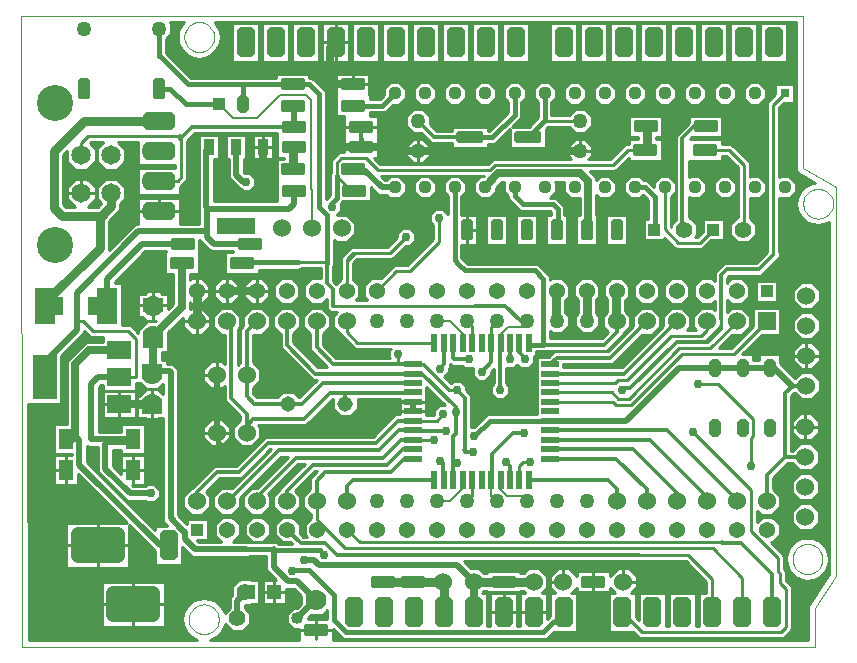
<source format=gbr>
G04 PROTEUS GERBER X2 FILE*
%TF.GenerationSoftware,Labcenter,Proteus,8.17-SP5-Build39395*%
%TF.CreationDate,2026-01-10T11:00:32+00:00*%
%TF.FileFunction,Copper,L1,Top*%
%TF.FilePolarity,Positive*%
%TF.Part,Single*%
%TF.SameCoordinates,{bf2e7aaa-9c56-4ce5-bc4f-43878dba84a3}*%
%FSLAX45Y45*%
%MOMM*%
G01*
%TA.AperFunction,Conductor*%
%ADD10C,0.508000*%
%ADD11C,0.254000*%
%ADD12C,0.304800*%
%ADD13C,0.762000*%
%ADD14C,0.635000*%
%ADD15C,0.203200*%
%ADD16C,0.500000*%
%ADD17C,0.381000*%
%TA.AperFunction,ViaPad*%
%ADD18C,0.762000*%
%TA.AperFunction,ComponentPad*%
%ADD19R,1.016000X1.016000*%
%ADD70C,1.370000*%
%TA.AperFunction,WasherPad*%
%ADD71R,1.524000X1.524000*%
%ADD20C,1.524000*%
%TA.AperFunction,ComponentPad*%
%ADD21C,1.270000*%
%TA.AperFunction,SMDPad,CuDef*%
%ADD22R,0.500000X1.500000*%
%ADD23R,1.500000X0.500000*%
%AMDIL016*
4,1,8,
-0.762000,0.965200,-0.457200,1.270000,0.457200,1.270000,0.762000,0.965200,0.762000,-0.965200,
0.457200,-1.270000,-0.457200,-1.270000,-0.762000,-0.965200,-0.762000,0.965200,
0*%
%TA.AperFunction,ComponentPad*%
%ADD24DIL016*%
%AMPPAD017*
4,1,36,
-1.651000,1.524000,
1.651000,1.524000,
1.778960,1.511100,
1.898140,1.474090,
2.006010,1.415540,
2.099990,1.337990,
2.177540,1.244010,
2.236090,1.136140,
2.273100,1.016960,
2.286000,0.889000,
2.286000,-0.889000,
2.273100,-1.016960,
2.236090,-1.136140,
2.177540,-1.244010,
2.099990,-1.337990,
2.006010,-1.415540,
1.898140,-1.474090,
1.778960,-1.511100,
1.651000,-1.524000,
-1.651000,-1.524000,
-1.778960,-1.511100,
-1.898140,-1.474090,
-2.006010,-1.415540,
-2.099990,-1.337990,
-2.177540,-1.244010,
-2.236090,-1.136140,
-2.273100,-1.016960,
-2.286000,-0.889000,
-2.286000,0.889000,
-2.273100,1.016960,
-2.236090,1.136140,
-2.177540,1.244010,
-2.099990,1.337990,
-2.006010,1.415540,
-1.898140,1.474090,
-1.778960,1.511100,
-1.651000,1.524000,
0*%
%ADD25PPAD017*%
%TA.AperFunction,SMDPad,CuDef*%
%ADD26R,1.803400X1.143000*%
%TA.AperFunction,SMDPad,CuDef*%
%ADD27R,2.032000X1.524000*%
%ADD28R,2.032000X3.810000*%
%TA.AperFunction,SMDPad,CuDef*%
%ADD29R,1.244600X1.803400*%
%ADD72R,1.016000X1.524000*%
%ADD73R,1.780000X3.150000*%
%AMPPAD024*
4,1,36,
-0.812800,0.508000,
0.812800,0.508000,
0.853740,0.503870,
0.891880,0.492030,
0.926400,0.473290,
0.956480,0.448480,
0.981290,0.418400,
1.000030,0.383880,
1.011870,0.345740,
1.016000,0.304800,
1.016000,-0.304800,
1.011870,-0.345740,
1.000030,-0.383880,
0.981290,-0.418400,
0.956480,-0.448480,
0.926400,-0.473290,
0.891880,-0.492030,
0.853740,-0.503870,
0.812800,-0.508000,
-0.812800,-0.508000,
-0.853740,-0.503870,
-0.891880,-0.492030,
-0.926400,-0.473290,
-0.956480,-0.448480,
-0.981290,-0.418400,
-1.000030,-0.383880,
-1.011870,-0.345740,
-1.016000,-0.304800,
-1.016000,0.304800,
-1.011870,0.345740,
-1.000030,0.383880,
-0.981290,0.418400,
-0.956480,0.448480,
-0.926400,0.473290,
-0.891880,0.492030,
-0.853740,0.503870,
-0.812800,0.508000,
0*%
%TA.AperFunction,ComponentPad*%
%ADD30PPAD024*%
%ADD31C,1.778000*%
%AMDIL026*
4,1,8,
-1.143000,0.304800,-0.939800,0.508000,0.939800,0.508000,1.143000,0.304800,1.143000,-0.304800,
0.939800,-0.508000,-0.939800,-0.508000,-1.143000,-0.304800,-1.143000,0.304800,
0*%
%ADD32DIL026*%
%TA.AperFunction,WasherPad*%
%ADD33R,0.799030X0.799030*%
%TA.AperFunction,ComponentPad*%
%ADD34C,1.130000*%
%TA.AperFunction,WasherPad*%
%ADD35R,1.050000X1.050000*%
%AMPPAD030*
4,1,36,
-0.100000,0.750000,
0.100000,0.750000,
0.180600,0.741870,
0.255680,0.718560,
0.323630,0.681680,
0.382830,0.632830,
0.431680,0.573630,
0.468560,0.505680,
0.491870,0.430600,
0.500000,0.350000,
0.500000,-0.350000,
0.491870,-0.430600,
0.468560,-0.505680,
0.431680,-0.573630,
0.382830,-0.632830,
0.323630,-0.681680,
0.255680,-0.718560,
0.180600,-0.741870,
0.100000,-0.750000,
-0.100000,-0.750000,
-0.180600,-0.741870,
-0.255680,-0.718560,
-0.323630,-0.681680,
-0.382830,-0.632830,
-0.431680,-0.573630,
-0.468560,-0.505680,
-0.491870,-0.430600,
-0.500000,-0.350000,
-0.500000,0.350000,
-0.491870,0.430600,
-0.468560,0.505680,
-0.431680,0.573630,
-0.382830,0.632830,
-0.323630,0.681680,
-0.255680,0.718560,
-0.180600,0.741870,
-0.100000,0.750000,
0*%
%TA.AperFunction,ComponentPad*%
%ADD36PPAD030*%
%TA.AperFunction,WasherPad*%
%ADD37R,0.997020X0.997020*%
%TA.AperFunction,ComponentPad*%
%ADD38C,1.410000*%
%TA.AperFunction,ComponentPad*%
%ADD39C,1.524000*%
%AMPPAD034*
4,1,36,
0.465000,0.585000,
0.465000,-0.585000,
0.463580,-0.599100,
0.459500,-0.612240,
0.453040,-0.624130,
0.444490,-0.634490,
0.434130,-0.643040,
0.422240,-0.649500,
0.409100,-0.653580,
0.395000,-0.655000,
-0.395000,-0.655000,
-0.409100,-0.653580,
-0.422240,-0.649500,
-0.434130,-0.643040,
-0.444490,-0.634490,
-0.453040,-0.624130,
-0.459500,-0.612240,
-0.463580,-0.599100,
-0.465000,-0.585000,
-0.465000,0.585000,
-0.463580,0.599100,
-0.459500,0.612240,
-0.453040,0.624130,
-0.444490,0.634490,
-0.434130,0.643040,
-0.422240,0.649500,
-0.409100,0.653580,
-0.395000,0.655000,
0.395000,0.655000,
0.409100,0.653580,
0.422240,0.649500,
0.434130,0.643040,
0.444490,0.634490,
0.453040,0.624130,
0.459500,0.612240,
0.463580,0.599100,
0.465000,0.585000,
0*%
%TA.AperFunction,SMDPad,CuDef*%
%ADD40PPAD034*%
%AMPPAD035*
4,1,36,
1.620000,0.555000,
1.620000,-0.555000,
1.617970,-0.575150,
1.612140,-0.593920,
1.602920,-0.610910,
1.590710,-0.625710,
1.575910,-0.637920,
1.558920,-0.647140,
1.540150,-0.652970,
1.520000,-0.655000,
-1.520000,-0.655000,
-1.540150,-0.652970,
-1.558920,-0.647140,
-1.575910,-0.637920,
-1.590710,-0.625710,
-1.602920,-0.610910,
-1.612140,-0.593920,
-1.617970,-0.575150,
-1.620000,-0.555000,
-1.620000,0.555000,
-1.617970,0.575150,
-1.612140,0.593920,
-1.602920,0.610910,
-1.590710,0.625710,
-1.575910,0.637920,
-1.558920,0.647140,
-1.540150,0.652970,
-1.520000,0.655000,
1.520000,0.655000,
1.540150,0.652970,
1.558920,0.647140,
1.575910,0.637920,
1.590710,0.625710,
1.602920,0.610910,
1.612140,0.593920,
1.617970,0.575150,
1.620000,0.555000,
0*%
%ADD41PPAD035*%
%AMDIL036*
4,1,8,
-0.508000,0.685800,-0.304800,0.889000,0.304800,0.889000,0.508000,0.685800,0.508000,-0.685800,
0.304800,-0.889000,-0.304800,-0.889000,-0.508000,-0.685800,-0.508000,0.685800,
0*%
%TA.AperFunction,ComponentPad*%
%ADD42DIL036*%
%TA.AperFunction,SMDPad,CuDef*%
%ADD43R,1.150000X1.300000*%
%AMPPAD038*
4,1,36,
-0.889000,0.762000,
0.889000,0.762000,
0.991370,0.751680,
1.086720,0.722070,
1.173010,0.675230,
1.248190,0.613190,
1.310230,0.538010,
1.357070,0.451720,
1.386680,0.356370,
1.397000,0.254000,
1.397000,-0.254000,
1.386680,-0.356370,
1.357070,-0.451720,
1.310230,-0.538010,
1.248190,-0.613190,
1.173010,-0.675230,
1.086720,-0.722070,
0.991370,-0.751680,
0.889000,-0.762000,
-0.889000,-0.762000,
-0.991370,-0.751680,
-1.086720,-0.722070,
-1.173010,-0.675230,
-1.248190,-0.613190,
-1.310230,-0.538010,
-1.357070,-0.451720,
-1.386680,-0.356370,
-1.397000,-0.254000,
-1.397000,0.254000,
-1.386680,0.356370,
-1.357070,0.451720,
-1.310230,0.538010,
-1.248190,0.613190,
-1.173010,0.675230,
-1.086720,0.722070,
-0.991370,0.751680,
-0.889000,0.762000,
0*%
%TA.AperFunction,ComponentPad*%
%ADD44PPAD038*%
%TA.AperFunction,WasherPad*%
%ADD45C,1.651000*%
%ADD46C,3.048000*%
%TA.AperFunction,ComponentPad*%
%ADD47C,1.308100*%
%ADD48C,1.050000*%
%ADD49C,1.016000*%
%ADD50C,1.397000*%
%TA.AperFunction,Profile*%
%ADD51C,0.101600*%
%TD.AperFunction*%
%TA.AperFunction,Conductor*%
G36*
X+2544120Y+8620000D02*
X+2544120Y+8604962D01*
X+2559218Y+8578945D01*
X+2698714Y+8499233D01*
X+2676719Y+8496052D01*
X+2626859Y+8472717D01*
X+2583212Y+8432055D01*
X+2552579Y+8370848D01*
X+2545768Y+8320499D01*
X+2552579Y+8270150D01*
X+2583212Y+8208943D01*
X+2626859Y+8168281D01*
X+2676719Y+8144946D01*
X+2728776Y+8137419D01*
X+2780833Y+8144946D01*
X+2824120Y+8165205D01*
X+2824120Y+5186917D01*
X+2644120Y+4916917D01*
X+2644120Y+4625880D01*
X-1377761Y+4625880D01*
X-1377761Y+4716953D01*
X-1294297Y+4633489D01*
X+425983Y+4633489D01*
X+489395Y+4696901D01*
X+687973Y+4696901D01*
X+687973Y+5027099D01*
X+640742Y+5027099D01*
X+683761Y+5070118D01*
X+683761Y+5028561D01*
X+968239Y+5028561D01*
X+968239Y+5070118D01*
X+1011258Y+5027099D01*
X+957375Y+5027099D01*
X+957375Y+4696901D01*
X+1164933Y+4696901D01*
X+1215652Y+4646182D01*
X+2436115Y+4646182D01*
X+2507159Y+4717226D01*
X+2507159Y+5078182D01*
X+2454319Y+5131021D01*
X+2454319Y+5213112D01*
X+2441276Y+5226154D01*
X+2441276Y+5337942D01*
X+2325817Y+5453401D01*
X+2342155Y+5453401D01*
X+2404599Y+5515845D01*
X+2404599Y+5604155D01*
X+2342155Y+5666599D01*
X+2253845Y+5666599D01*
X+2209799Y+5622553D01*
X+2209799Y+5721395D01*
X+2245493Y+5685701D01*
X+2340181Y+5685701D01*
X+2407136Y+5752656D01*
X+2407136Y+5847344D01*
X+2346176Y+5908304D01*
X+2346176Y+5996895D01*
X+2471942Y+6122661D01*
X+2511696Y+6122661D01*
X+2572656Y+6061701D01*
X+2667344Y+6061701D01*
X+2734299Y+6128656D01*
X+2734299Y+6223344D01*
X+2667344Y+6290299D01*
X+2572656Y+6290299D01*
X+2511696Y+6229339D01*
X+2503196Y+6229339D01*
X+2503228Y+6505363D01*
X+2503241Y+6601972D01*
X+2503241Y+6693370D01*
X+2526372Y+6716501D01*
X+2531856Y+6716501D01*
X+2582656Y+6665701D01*
X+2677344Y+6665701D01*
X+2744299Y+6732656D01*
X+2744299Y+6827344D01*
X+2677344Y+6894299D01*
X+2582656Y+6894299D01*
X+2533258Y+6844901D01*
X+2408099Y+6970060D01*
X+2408099Y+7043099D01*
X+2231901Y+7043099D01*
X+2231901Y+6993499D01*
X+2178099Y+6993499D01*
X+2178099Y+7043099D01*
X+2083776Y+7043099D01*
X+2250378Y+7209701D01*
X+2407136Y+7209701D01*
X+2407136Y+7438299D01*
X+2178538Y+7438299D01*
X+2178538Y+7281541D01*
X+1993287Y+7096290D01*
X+1888175Y+7096290D01*
X+2001586Y+7209701D01*
X+2086181Y+7209701D01*
X+2153136Y+7276656D01*
X+2153136Y+7371344D01*
X+2086181Y+7438299D01*
X+1991493Y+7438299D01*
X+1960229Y+7407035D01*
X+1960229Y+7508017D01*
X+1994845Y+7473401D01*
X+2083155Y+7473401D01*
X+2145599Y+7535845D01*
X+2145599Y+7624155D01*
X+2083155Y+7686599D01*
X+1994845Y+7686599D01*
X+1960229Y+7651983D01*
X+1960229Y+7694448D01*
X+1975473Y+7709692D01*
X+2248280Y+7709692D01*
X+2403859Y+7865271D01*
X+2403859Y+7909459D01*
X+2401319Y+7911998D01*
X+2401319Y+8370898D01*
X+2406816Y+8365401D01*
X+2485184Y+8365401D01*
X+2540599Y+8420816D01*
X+2540599Y+8499184D01*
X+2485184Y+8554599D01*
X+2406816Y+8554599D01*
X+2401319Y+8549102D01*
X+2401319Y+8952740D01*
X+2400449Y+8953610D01*
X+2400449Y+9136609D01*
X+2439790Y+9175950D01*
X+2524050Y+9175950D01*
X+2524050Y+9332050D01*
X+2367950Y+9332050D01*
X+2367950Y+9247790D01*
X+2298851Y+9178691D01*
X+2298851Y+8911528D01*
X+2299722Y+8910656D01*
X+2299722Y+7911998D01*
X+2204094Y+7816370D01*
X+1931287Y+7816370D01*
X+1853551Y+7738634D01*
X+1853551Y+7662203D01*
X+1829155Y+7686599D01*
X+1740845Y+7686599D01*
X+1678401Y+7624155D01*
X+1678401Y+7535845D01*
X+1740845Y+7473401D01*
X+1829155Y+7473401D01*
X+1853551Y+7497797D01*
X+1853551Y+7416929D01*
X+1832181Y+7438299D01*
X+1737493Y+7438299D01*
X+1670538Y+7371344D01*
X+1670538Y+7276656D01*
X+1693721Y+7253473D01*
X+1621953Y+7253473D01*
X+1645136Y+7276656D01*
X+1645136Y+7371344D01*
X+1578181Y+7438299D01*
X+1483493Y+7438299D01*
X+1416538Y+7371344D01*
X+1416538Y+7285133D01*
X+1066744Y+6935339D01*
X+572936Y+6935339D01*
X+572936Y+6963609D01*
X+991878Y+6963609D01*
X+1237970Y+7209701D01*
X+1324181Y+7209701D01*
X+1391136Y+7276656D01*
X+1391136Y+7371344D01*
X+1324181Y+7438299D01*
X+1229493Y+7438299D01*
X+1162538Y+7371344D01*
X+1162538Y+7285133D01*
X+947692Y+7070287D01*
X+492692Y+7070287D01*
X+447504Y+7025099D01*
X+346738Y+7025099D01*
X+346738Y+6539139D01*
X-76063Y+6539139D01*
X-187765Y+6427437D01*
X-208546Y+6427437D01*
X-208546Y+6699802D01*
X-253206Y+6744462D01*
X-253206Y+6776792D01*
X-297842Y+6821428D01*
X-360968Y+6821428D01*
X-382725Y+6799671D01*
X-435702Y+6852648D01*
X-395422Y+6892928D01*
X-395422Y+6929056D01*
X-386824Y+6937654D01*
X-386824Y+6963123D01*
X-372344Y+6948643D01*
X-284434Y+6948643D01*
X-261574Y+6925783D01*
X-198448Y+6925783D01*
X-195176Y+6929055D01*
X-195176Y+6866068D01*
X-150540Y+6821432D01*
X-87414Y+6821432D01*
X-42778Y+6866068D01*
X-42778Y+6898398D01*
X-17086Y+6924090D01*
X-17086Y+6799652D01*
X-39946Y+6776792D01*
X-39946Y+6713666D01*
X+4690Y+6669030D01*
X+67816Y+6669030D01*
X+112452Y+6713666D01*
X+112452Y+6776792D01*
X+89592Y+6799652D01*
X+89592Y+6928833D01*
X+91309Y+6927116D01*
X+154435Y+6927116D01*
X+183115Y+6955796D01*
X+211611Y+6927300D01*
X+274737Y+6927300D01*
X+319373Y+6971936D01*
X+319373Y+7028901D01*
X+342936Y+7028901D01*
X+342936Y+7069533D01*
X+423239Y+7069533D01*
X+427049Y+7073343D01*
X+939061Y+7073343D01*
X+1076176Y+7210458D01*
X+1076176Y+7215696D01*
X+1137136Y+7276656D01*
X+1137136Y+7371344D01*
X+1093199Y+7415281D01*
X+1093199Y+7499445D01*
X+1129599Y+7535845D01*
X+1129599Y+7624155D01*
X+1067155Y+7686599D01*
X+978845Y+7686599D01*
X+916401Y+7624155D01*
X+916401Y+7535845D01*
X+940801Y+7511445D01*
X+940801Y+7403607D01*
X+908538Y+7371344D01*
X+908538Y+7276656D01*
X+950024Y+7235170D01*
X+894875Y+7180021D01*
X+456716Y+7180021D01*
X+456716Y+7238438D01*
X+472753Y+7222401D01*
X+556921Y+7222401D01*
X+616436Y+7281916D01*
X+616436Y+7366084D01*
X+585199Y+7397321D01*
X+585199Y+7499445D01*
X+621599Y+7535845D01*
X+621599Y+7624155D01*
X+559155Y+7686599D01*
X+470845Y+7686599D01*
X+456716Y+7672470D01*
X+456716Y+7709799D01*
X+353611Y+7812904D01*
X-239612Y+7812904D01*
X-290851Y+7864143D01*
X-290851Y+7973001D01*
X-155101Y+7973001D01*
X-155101Y+8226999D01*
X-290851Y+8226999D01*
X-290851Y+8383366D01*
X-253401Y+8420816D01*
X-253401Y+8499184D01*
X-308816Y+8554599D01*
X-387184Y+8554599D01*
X-442599Y+8499184D01*
X-442599Y+8420816D01*
X-405149Y+8383366D01*
X-405149Y+8228438D01*
X-448437Y+8271726D01*
X-511563Y+8271726D01*
X-556199Y+8227090D01*
X-556199Y+8163964D01*
X-530799Y+8138564D01*
X-530799Y+8018041D01*
X-751041Y+7797799D01*
X-863041Y+7797799D01*
X-974241Y+7686599D01*
X-1053155Y+7686599D01*
X-1115599Y+7624155D01*
X-1115599Y+7535845D01*
X-1086403Y+7506649D01*
X-1185597Y+7506649D01*
X-1156401Y+7535845D01*
X-1156401Y+7624155D01*
X-1212201Y+7679955D01*
X-1212201Y+7813675D01*
X-1171489Y+7854387D01*
X-875086Y+7854387D01*
X-764392Y+7965081D01*
X-728470Y+7965081D01*
X-683834Y+8009717D01*
X-683834Y+8072843D01*
X-728470Y+8117479D01*
X-791596Y+8117479D01*
X-836232Y+8072843D01*
X-836232Y+8036921D01*
X-917168Y+7955985D01*
X-1228786Y+7955985D01*
X-1313799Y+7870972D01*
X-1313799Y+7679955D01*
X-1351265Y+7642489D01*
X-1376101Y+7667326D01*
X-1376101Y+7789693D01*
X-1372291Y+7793503D01*
X-1372291Y+8014648D01*
X-1353344Y+7995701D01*
X-1258656Y+7995701D01*
X-1191701Y+8062656D01*
X-1191701Y+8157344D01*
X-1258656Y+8224299D01*
X-1346022Y+8224299D01*
X-1306921Y+8263400D01*
X-1306921Y+8326526D01*
X-1307551Y+8327156D01*
X-1296146Y+8338561D01*
X-1057761Y+8338561D01*
X-1057761Y+8460163D01*
X-994099Y+8396501D01*
X-926284Y+8396501D01*
X-895184Y+8365401D01*
X-816816Y+8365401D01*
X-761401Y+8420816D01*
X-761401Y+8499184D01*
X-816816Y+8554599D01*
X-895184Y+8554599D01*
X-926284Y+8523499D01*
X-941497Y+8523499D01*
X-974728Y+8556730D01*
X-96050Y+8556730D01*
X-98181Y+8554599D01*
X-133184Y+8554599D01*
X-188599Y+8499184D01*
X-188599Y+8420816D01*
X-133184Y+8365401D01*
X-54816Y+8365401D01*
X+599Y+8420816D01*
X+599Y+8455819D01*
X+50816Y+8506036D01*
X+72253Y+8506036D01*
X+65401Y+8499184D01*
X+65401Y+8420816D01*
X+102851Y+8383366D01*
X+102851Y+8359826D01*
X+205132Y+8257545D01*
X+460658Y+8257545D01*
X+465244Y+8252959D01*
X+465244Y+8226999D01*
X+429101Y+8226999D01*
X+429101Y+7973001D01*
X+606899Y+7973001D01*
X+606899Y+8226999D01*
X+579542Y+8226999D01*
X+579542Y+8300301D01*
X+508002Y+8371841D01*
X+459624Y+8371841D01*
X+508599Y+8420816D01*
X+508599Y+8499184D01*
X+501747Y+8506036D01*
X+580253Y+8506036D01*
X+573401Y+8499184D01*
X+573401Y+8420816D01*
X+628816Y+8365401D01*
X+707184Y+8365401D01*
X+712244Y+8370461D01*
X+712244Y+8226999D01*
X+683101Y+8226999D01*
X+683101Y+7973001D01*
X+860899Y+7973001D01*
X+860899Y+8226999D01*
X+851942Y+8226999D01*
X+851942Y+8396275D01*
X+882816Y+8365401D01*
X+961184Y+8365401D01*
X+1016599Y+8420816D01*
X+1016599Y+8499184D01*
X+961184Y+8554599D01*
X+882816Y+8554599D01*
X+851942Y+8523725D01*
X+851942Y+8538076D01*
X+795181Y+8594837D01*
X+1009914Y+8594837D01*
X+1124678Y+8709601D01*
X+1124678Y+8682561D01*
X+1409156Y+8682561D01*
X+1409156Y+8865439D01*
X+1353116Y+8865439D01*
X+1353116Y+8882759D01*
X+1410239Y+8882759D01*
X+1410239Y+9065637D01*
X+1125761Y+9065637D01*
X+1125761Y+8882759D01*
X+1200718Y+8882759D01*
X+1200718Y+8865439D01*
X+1124678Y+8865439D01*
X+1124678Y+8824799D01*
X+1096196Y+8824799D01*
X+967832Y+8696435D01*
X+780118Y+8696435D01*
X+811599Y+8727916D01*
X+811599Y+8812084D01*
X+752084Y+8871599D01*
X+667916Y+8871599D01*
X+608401Y+8812084D01*
X+608401Y+8727916D01*
X+639882Y+8696435D01*
X-28047Y+8696435D01*
X-66154Y+8658328D01*
X-979386Y+8658328D01*
X-1029619Y+8708561D01*
X-997761Y+8708561D01*
X-997761Y+9061439D01*
X-1067761Y+9061439D01*
X-1067761Y+9092851D01*
X-936329Y+9092851D01*
X-869779Y+9159401D01*
X-816816Y+9159401D01*
X-761401Y+9214816D01*
X-761401Y+9293184D01*
X-816816Y+9348599D01*
X-895184Y+9348599D01*
X-950599Y+9293184D01*
X-950599Y+9240221D01*
X-983671Y+9207149D01*
X-1067761Y+9207149D01*
X-1067761Y+9241439D01*
X-1069761Y+9241439D01*
X-1069761Y+9421439D01*
X-1354239Y+9421439D01*
X-1354239Y+9238561D01*
X-1352239Y+9238561D01*
X-1352239Y+9058561D01*
X-1282239Y+9058561D01*
X-1282239Y+8759395D01*
X-1327659Y+8759395D01*
X-1398943Y+8688111D01*
X-1398943Y+8583587D01*
X-1405293Y+8577237D01*
X-1405293Y+8391054D01*
X-1439838Y+8356509D01*
X-1439838Y+9270658D01*
X-1556329Y+9387149D01*
X-1577761Y+9387149D01*
X-1577761Y+9421439D01*
X-1862239Y+9421439D01*
X-1862239Y+9387023D01*
X-2584635Y+9387023D01*
X-2792851Y+9595239D01*
X-2792851Y+9715065D01*
X-2748401Y+9759515D01*
X-2748401Y+9843683D01*
X-2758838Y+9854120D01*
X-2643605Y+9854120D01*
X-2656824Y+9841805D01*
X-2687457Y+9780598D01*
X-2694268Y+9730249D01*
X-2687457Y+9679900D01*
X-2656824Y+9618693D01*
X-2613177Y+9578031D01*
X-2563317Y+9554696D01*
X-2511260Y+9547169D01*
X-2459203Y+9554696D01*
X-2409343Y+9578031D01*
X-2365696Y+9618693D01*
X-2335063Y+9679900D01*
X-2328252Y+9730249D01*
X-2335063Y+9780598D01*
X-2365696Y+9841805D01*
X-2378915Y+9854120D01*
X+2544120Y+9854120D01*
X+2544120Y+8620000D01*
G37*
%TD.AperFunction*%
%LPC*%
G36*
X+2646736Y+5492173D02*
X+2660253Y+5490218D01*
X+2690797Y+5485802D01*
X+2698294Y+5482294D01*
X+2740657Y+5462467D01*
X+2747095Y+5456470D01*
X+2784304Y+5421805D01*
X+2814937Y+5360598D01*
X+2821748Y+5310249D01*
X+2820735Y+5302757D01*
X+2814937Y+5259900D01*
X+2784304Y+5198693D01*
X+2740657Y+5158031D01*
X+2690797Y+5134696D01*
X+2682603Y+5133511D01*
X+2638740Y+5127169D01*
X+2586683Y+5134696D01*
X+2579186Y+5138204D01*
X+2536823Y+5158031D01*
X+2530385Y+5164028D01*
X+2493176Y+5198693D01*
X+2462543Y+5259900D01*
X+2455732Y+5310249D01*
X+2456745Y+5317741D01*
X+2462543Y+5360598D01*
X+2493176Y+5421805D01*
X+2536823Y+5462467D01*
X+2586683Y+5485802D01*
X+2594877Y+5486987D01*
X+2638740Y+5493329D01*
X+2646736Y+5492173D01*
G37*
G36*
X+875599Y+7624155D02*
X+875599Y+7535845D01*
X+845199Y+7505445D01*
X+845199Y+7391321D01*
X+870436Y+7366084D01*
X+870436Y+7281916D01*
X+810921Y+7222401D01*
X+726753Y+7222401D01*
X+667238Y+7281916D01*
X+667238Y+7366084D01*
X+692801Y+7391647D01*
X+692801Y+7505445D01*
X+662401Y+7535845D01*
X+662401Y+7624155D01*
X+724845Y+7686599D01*
X+813155Y+7686599D01*
X+875599Y+7624155D01*
G37*
G36*
X+2381899Y+7668899D02*
X+2204101Y+7668899D01*
X+2204101Y+7491101D01*
X+2381899Y+7491101D01*
X+2381899Y+7668899D01*
G37*
G36*
X+1575155Y+7686599D02*
X+1486845Y+7686599D01*
X+1424401Y+7624155D01*
X+1424401Y+7535845D01*
X+1486845Y+7473401D01*
X+1575155Y+7473401D01*
X+1637599Y+7535845D01*
X+1637599Y+7624155D01*
X+1575155Y+7686599D01*
G37*
G36*
X+1321155Y+7686599D02*
X+1232845Y+7686599D01*
X+1170401Y+7624155D01*
X+1170401Y+7535845D01*
X+1232845Y+7473401D01*
X+1321155Y+7473401D01*
X+1383599Y+7535845D01*
X+1383599Y+7624155D01*
X+1321155Y+7686599D01*
G37*
G36*
X-619916Y+8870599D02*
X-704084Y+8870599D01*
X-763599Y+8811084D01*
X-763599Y+8726916D01*
X-704084Y+8667401D01*
X-619916Y+8667401D01*
X-560401Y+8726916D01*
X-560401Y+8811084D01*
X-619916Y+8870599D01*
G37*
G36*
X+508599Y+9293184D02*
X+508599Y+9214816D01*
X+471149Y+9177366D01*
X+471149Y+9074799D01*
X+617116Y+9074799D01*
X+667916Y+9125599D01*
X+752084Y+9125599D01*
X+811599Y+9066084D01*
X+811599Y+8981916D01*
X+752084Y+8922401D01*
X+667916Y+8922401D01*
X+617116Y+8973201D01*
X+441626Y+8973201D01*
X+422004Y+8953579D01*
X+422004Y+8793101D01*
X+117206Y+8793101D01*
X+117206Y+8948871D01*
X-6814Y+8824851D01*
X-65996Y+8824851D01*
X-65996Y+8793101D01*
X-370794Y+8793101D01*
X-370794Y+8831165D01*
X-545597Y+8831165D01*
X-635833Y+8921401D01*
X-704084Y+8921401D01*
X-763599Y+8980916D01*
X-763599Y+9065084D01*
X-704084Y+9124599D01*
X-619916Y+9124599D01*
X-560401Y+9065084D01*
X-560401Y+8996833D01*
X-501411Y+8937843D01*
X-370794Y+8937843D01*
X-370794Y+8970899D01*
X-65996Y+8970899D01*
X-65996Y+8939149D01*
X-54156Y+8939149D01*
X+102851Y+9096156D01*
X+102851Y+9177366D01*
X+65401Y+9214816D01*
X+65401Y+9293184D01*
X+120816Y+9348599D01*
X+199184Y+9348599D01*
X+254599Y+9293184D01*
X+254599Y+9214816D01*
X+217149Y+9177366D01*
X+217149Y+9048814D01*
X+139234Y+8970899D01*
X+277684Y+8970899D01*
X+356851Y+9050066D01*
X+356851Y+9177366D01*
X+319401Y+9214816D01*
X+319401Y+9293184D01*
X+374816Y+9348599D01*
X+453184Y+9348599D01*
X+508599Y+9293184D01*
G37*
G36*
X+2097401Y+9293184D02*
X+2097401Y+9214816D01*
X+2152816Y+9159401D01*
X+2231184Y+9159401D01*
X+2286599Y+9214816D01*
X+2286599Y+9293184D01*
X+2231184Y+9348599D01*
X+2152816Y+9348599D01*
X+2097401Y+9293184D01*
G37*
G36*
X+1843401Y+9293184D02*
X+1843401Y+9214816D01*
X+1898816Y+9159401D01*
X+1977184Y+9159401D01*
X+2032599Y+9214816D01*
X+2032599Y+9293184D01*
X+1977184Y+9348599D01*
X+1898816Y+9348599D01*
X+1843401Y+9293184D01*
G37*
G36*
X+1589401Y+9293184D02*
X+1589401Y+9214816D01*
X+1644816Y+9159401D01*
X+1723184Y+9159401D01*
X+1778599Y+9214816D01*
X+1778599Y+9293184D01*
X+1723184Y+9348599D01*
X+1644816Y+9348599D01*
X+1589401Y+9293184D01*
G37*
G36*
X+1335401Y+9293184D02*
X+1335401Y+9214816D01*
X+1390816Y+9159401D01*
X+1469184Y+9159401D01*
X+1524599Y+9214816D01*
X+1524599Y+9293184D01*
X+1469184Y+9348599D01*
X+1390816Y+9348599D01*
X+1335401Y+9293184D01*
G37*
G36*
X+1081401Y+9293184D02*
X+1081401Y+9214816D01*
X+1136816Y+9159401D01*
X+1215184Y+9159401D01*
X+1270599Y+9214816D01*
X+1270599Y+9293184D01*
X+1215184Y+9348599D01*
X+1136816Y+9348599D01*
X+1081401Y+9293184D01*
G37*
G36*
X+827401Y+9293184D02*
X+827401Y+9214816D01*
X+882816Y+9159401D01*
X+961184Y+9159401D01*
X+1016599Y+9214816D01*
X+1016599Y+9293184D01*
X+961184Y+9348599D01*
X+882816Y+9348599D01*
X+827401Y+9293184D01*
G37*
G36*
X+573401Y+9293184D02*
X+573401Y+9214816D01*
X+628816Y+9159401D01*
X+707184Y+9159401D01*
X+762599Y+9214816D01*
X+762599Y+9293184D01*
X+707184Y+9348599D01*
X+628816Y+9348599D01*
X+573401Y+9293184D01*
G37*
G36*
X-188599Y+9293184D02*
X-188599Y+9214816D01*
X-133184Y+9159401D01*
X-54816Y+9159401D01*
X+599Y+9214816D01*
X+599Y+9293184D01*
X-54816Y+9348599D01*
X-133184Y+9348599D01*
X-188599Y+9293184D01*
G37*
G36*
X-442599Y+9293184D02*
X-442599Y+9214816D01*
X-387184Y+9159401D01*
X-308816Y+9159401D01*
X-253401Y+9214816D01*
X-253401Y+9293184D01*
X-308816Y+9348599D01*
X-387184Y+9348599D01*
X-442599Y+9293184D01*
G37*
G36*
X-696599Y+9293184D02*
X-696599Y+9214816D01*
X-641184Y+9159401D01*
X-562816Y+9159401D01*
X-507401Y+9214816D01*
X-507401Y+9293184D01*
X-562816Y+9348599D01*
X-641184Y+9348599D01*
X-696599Y+9293184D01*
G37*
G36*
X-696599Y+8499184D02*
X-696599Y+8420816D01*
X-641184Y+8365401D01*
X-562816Y+8365401D01*
X-507401Y+8420816D01*
X-507401Y+8499184D01*
X-562816Y+8554599D01*
X-641184Y+8554599D01*
X-696599Y+8499184D01*
G37*
G36*
X+1918239Y+8882759D02*
X+1665024Y+8882759D01*
X+1647704Y+8865439D01*
X+1917156Y+8865439D01*
X+1917156Y+8824799D01*
X+1993596Y+8824799D01*
X+2148025Y+8670370D01*
X+2148025Y+8549808D01*
X+2152816Y+8554599D01*
X+2231184Y+8554599D01*
X+2286599Y+8499184D01*
X+2286599Y+8420816D01*
X+2231184Y+8365401D01*
X+2152816Y+8365401D01*
X+2148025Y+8370192D01*
X+2148025Y+8199557D01*
X+2202599Y+8144983D01*
X+2202599Y+8055017D01*
X+2138983Y+7991401D01*
X+2049017Y+7991401D01*
X+1985401Y+8055017D01*
X+1985401Y+8144983D01*
X+2046427Y+8206009D01*
X+2046427Y+8628288D01*
X+1951514Y+8723201D01*
X+1917156Y+8723201D01*
X+1917156Y+8682561D01*
X+1633146Y+8682561D01*
X+1633146Y+8542929D01*
X+1644816Y+8554599D01*
X+1723184Y+8554599D01*
X+1778599Y+8499184D01*
X+1778599Y+8420816D01*
X+1723184Y+8365401D01*
X+1644816Y+8365401D01*
X+1633146Y+8377071D01*
X+1633146Y+8208599D01*
X+1638983Y+8208599D01*
X+1702599Y+8144983D01*
X+1702599Y+8055017D01*
X+1685680Y+8038098D01*
X+1706258Y+8038098D01*
X+1752050Y+8083890D01*
X+1752050Y+8187950D01*
X+1927950Y+8187950D01*
X+1927950Y+8012050D01*
X+1823890Y+8012050D01*
X+1748340Y+7936500D01*
X+1525058Y+7936500D01*
X+1427950Y+8033607D01*
X+1427950Y+8012050D01*
X+1252050Y+8012050D01*
X+1252050Y+8187950D01*
X+1288851Y+8187950D01*
X+1288851Y+8350199D01*
X+1244416Y+8394633D01*
X+1215184Y+8365401D01*
X+1136816Y+8365401D01*
X+1081401Y+8420816D01*
X+1081401Y+8499184D01*
X+1136816Y+8554599D01*
X+1215184Y+8554599D01*
X+1252634Y+8517149D01*
X+1283541Y+8517149D01*
X+1335401Y+8465289D01*
X+1335401Y+8499184D01*
X+1390816Y+8554599D01*
X+1469184Y+8554599D01*
X+1524599Y+8499184D01*
X+1524599Y+8420816D01*
X+1480799Y+8377016D01*
X+1480799Y+8124439D01*
X+1485401Y+8119837D01*
X+1485401Y+8144983D01*
X+1526468Y+8186050D01*
X+1526468Y+8895067D01*
X+1633761Y+9002361D01*
X+1633761Y+9065637D01*
X+1918239Y+9065637D01*
X+1918239Y+8882759D01*
G37*
G36*
X+1843401Y+8499184D02*
X+1843401Y+8420816D01*
X+1898816Y+8365401D01*
X+1977184Y+8365401D01*
X+2032599Y+8420816D01*
X+2032599Y+8499184D01*
X+1977184Y+8554599D01*
X+1898816Y+8554599D01*
X+1843401Y+8499184D01*
G37*
G36*
X-2233025Y+9522901D02*
X-2004427Y+9522901D01*
X-2004427Y+9853099D01*
X-2233025Y+9853099D01*
X-2233025Y+9522901D01*
G37*
G36*
X-1979025Y+9522901D02*
X-1750427Y+9522901D01*
X-1750427Y+9853099D01*
X-1979025Y+9853099D01*
X-1979025Y+9522901D01*
G37*
G36*
X-1725025Y+9522901D02*
X-1496427Y+9522901D01*
X-1496427Y+9853099D01*
X-1725025Y+9853099D01*
X-1725025Y+9522901D01*
G37*
G36*
X-1471025Y+9522901D02*
X-1242427Y+9522901D01*
X-1242427Y+9853099D01*
X-1471025Y+9853099D01*
X-1471025Y+9522901D01*
G37*
G36*
X-1217025Y+9522901D02*
X-988427Y+9522901D01*
X-988427Y+9853099D01*
X-1217025Y+9853099D01*
X-1217025Y+9522901D01*
G37*
G36*
X-963025Y+9522901D02*
X-734427Y+9522901D01*
X-734427Y+9853099D01*
X-963025Y+9853099D01*
X-963025Y+9522901D01*
G37*
G36*
X-709025Y+9522901D02*
X-480427Y+9522901D01*
X-480427Y+9853099D01*
X-709025Y+9853099D01*
X-709025Y+9522901D01*
G37*
G36*
X-455025Y+9522901D02*
X-226427Y+9522901D01*
X-226427Y+9853099D01*
X-455025Y+9853099D01*
X-455025Y+9522901D01*
G37*
G36*
X-201025Y+9522901D02*
X+27573Y+9522901D01*
X+27573Y+9853099D01*
X-201025Y+9853099D01*
X-201025Y+9522901D01*
G37*
G36*
X+52975Y+9522901D02*
X+281573Y+9522901D01*
X+281573Y+9853099D01*
X+52975Y+9853099D01*
X+52975Y+9522901D01*
G37*
G36*
X+459375Y+9522901D02*
X+687973Y+9522901D01*
X+687973Y+9853099D01*
X+459375Y+9853099D01*
X+459375Y+9522901D01*
G37*
G36*
X+713375Y+9522901D02*
X+941973Y+9522901D01*
X+941973Y+9853099D01*
X+713375Y+9853099D01*
X+713375Y+9522901D01*
G37*
G36*
X+967375Y+9522901D02*
X+1195973Y+9522901D01*
X+1195973Y+9853099D01*
X+967375Y+9853099D01*
X+967375Y+9522901D01*
G37*
G36*
X+1221375Y+9522901D02*
X+1449973Y+9522901D01*
X+1449973Y+9853099D01*
X+1221375Y+9853099D01*
X+1221375Y+9522901D01*
G37*
G36*
X+1475375Y+9522901D02*
X+1703973Y+9522901D01*
X+1703973Y+9853099D01*
X+1475375Y+9853099D01*
X+1475375Y+9522901D01*
G37*
G36*
X+1729375Y+9522901D02*
X+1957973Y+9522901D01*
X+1957973Y+9853099D01*
X+1729375Y+9853099D01*
X+1729375Y+9522901D01*
G37*
G36*
X+1983375Y+9522901D02*
X+2211973Y+9522901D01*
X+2211973Y+9853099D01*
X+1983375Y+9853099D01*
X+1983375Y+9522901D01*
G37*
G36*
X+2237375Y+9522901D02*
X+2465973Y+9522901D01*
X+2465973Y+9853099D01*
X+2237375Y+9853099D01*
X+2237375Y+9522901D01*
G37*
G36*
X+2572656Y+6315701D02*
X+2667344Y+6315701D01*
X+2734299Y+6382656D01*
X+2734299Y+6477344D01*
X+2667344Y+6544299D01*
X+2572656Y+6544299D01*
X+2505701Y+6477344D01*
X+2505701Y+6382656D01*
X+2572656Y+6315701D01*
G37*
G36*
X+2572656Y+5807701D02*
X+2667344Y+5807701D01*
X+2734299Y+5874656D01*
X+2734299Y+5969344D01*
X+2667344Y+6036299D01*
X+2572656Y+6036299D01*
X+2505701Y+5969344D01*
X+2505701Y+5874656D01*
X+2572656Y+5807701D01*
G37*
G36*
X+2572656Y+5553701D02*
X+2667344Y+5553701D01*
X+2734299Y+5620656D01*
X+2734299Y+5715344D01*
X+2667344Y+5782299D01*
X+2572656Y+5782299D01*
X+2505701Y+5715344D01*
X+2505701Y+5620656D01*
X+2572656Y+5553701D01*
G37*
G36*
X+2582656Y+7427701D02*
X+2677344Y+7427701D01*
X+2744299Y+7494656D01*
X+2744299Y+7589344D01*
X+2677344Y+7656299D01*
X+2582656Y+7656299D01*
X+2515701Y+7589344D01*
X+2515701Y+7494656D01*
X+2582656Y+7427701D01*
G37*
G36*
X+2582656Y+7173701D02*
X+2677344Y+7173701D01*
X+2744299Y+7240656D01*
X+2744299Y+7335344D01*
X+2677344Y+7402299D01*
X+2582656Y+7402299D01*
X+2515701Y+7335344D01*
X+2515701Y+7240656D01*
X+2582656Y+7173701D01*
G37*
G36*
X+2582656Y+6919701D02*
X+2677344Y+6919701D01*
X+2744299Y+6986656D01*
X+2744299Y+7081344D01*
X+2677344Y+7148299D01*
X+2582656Y+7148299D01*
X+2515701Y+7081344D01*
X+2515701Y+6986656D01*
X+2582656Y+6919701D01*
G37*
G36*
X-78899Y+7973001D02*
X+98899Y+7973001D01*
X+98899Y+8226999D01*
X-78899Y+8226999D01*
X-78899Y+7973001D01*
G37*
G36*
X+175101Y+7973001D02*
X+352899Y+7973001D01*
X+352899Y+8226999D01*
X+175101Y+8226999D01*
X+175101Y+7973001D01*
G37*
G36*
X+937101Y+7973001D02*
X+1114899Y+7973001D01*
X+1114899Y+8226999D01*
X+937101Y+8226999D01*
X+937101Y+7973001D01*
G37*
G36*
X-202650Y+8670167D02*
X-178350Y+8670167D01*
X-161167Y+8687350D01*
X-161167Y+8711650D01*
X-178350Y+8728833D01*
X-202650Y+8728833D01*
X-219833Y+8711650D01*
X-219833Y+8687350D01*
X-202650Y+8670167D01*
G37*
%LPD*%
%TA.AperFunction,Conductor*%
G36*
X-3442254Y+7203080D02*
X-3427375Y+7188201D01*
X-3329699Y+7188201D01*
X-3329699Y+7151988D01*
X-3469320Y+7151988D01*
X-3632582Y+6988726D01*
X-3632582Y+6453269D01*
X-3740329Y+6453269D01*
X-3740329Y+6196731D01*
X-3588736Y+6196731D01*
X-3588736Y+6193269D01*
X-3740329Y+6193269D01*
X-3740329Y+5936731D01*
X-3539671Y+5936731D01*
X-3539671Y+6033321D01*
X-3126849Y+5620499D01*
X-3636699Y+5620499D01*
X-3636699Y+5239501D01*
X-3103301Y+5239501D01*
X-3103301Y+5596951D01*
X-2884299Y+5377950D01*
X-2884299Y+5264901D01*
X-2655701Y+5264901D01*
X-2655701Y+5415361D01*
X-2571936Y+5331595D01*
X-2086792Y+5331595D01*
X-2080442Y+5337945D01*
X-1943499Y+5337945D01*
X-1943499Y+5217278D01*
X-1864120Y+5137899D01*
X-1970799Y+5137899D01*
X-1970799Y+4931701D01*
X-1779601Y+4931701D01*
X-1779601Y+4946850D01*
X-1779250Y+4946850D01*
X-1779250Y+5060128D01*
X-1705928Y+5060128D01*
X-1646999Y+5001199D01*
X-1646999Y+4932801D01*
X-1680901Y+4898899D01*
X-1716823Y+4898899D01*
X-1768899Y+4846823D01*
X-1768899Y+4773177D01*
X-1716823Y+4721101D01*
X-1662239Y+4721101D01*
X-1662239Y+4625880D01*
X-2416673Y+4625880D01*
X-2369343Y+4648031D01*
X-2325696Y+4688693D01*
X-2295063Y+4749900D01*
X-2293336Y+4762672D01*
X-2232714Y+4702051D01*
X-2143286Y+4702051D01*
X-2080051Y+4765286D01*
X-2080051Y+4854714D01*
X-2124501Y+4899164D01*
X-2124501Y+4926201D01*
X-2076217Y+4926201D01*
X-2070717Y+4931701D01*
X-2003601Y+4931701D01*
X-2003601Y+5137899D01*
X-2070717Y+5137899D01*
X-2076217Y+5143399D01*
X-2166183Y+5143399D01*
X-2171683Y+5137899D01*
X-2194799Y+5137899D01*
X-2194799Y+5114783D01*
X-2229799Y+5079783D01*
X-2229799Y+5006001D01*
X-2251499Y+4984301D01*
X-2251499Y+4899164D01*
X-2295949Y+4854714D01*
X-2295949Y+4852368D01*
X-2325696Y+4911805D01*
X-2369343Y+4952467D01*
X-2419203Y+4975802D01*
X-2471260Y+4983329D01*
X-2523317Y+4975802D01*
X-2573177Y+4952467D01*
X-2616824Y+4911805D01*
X-2647457Y+4850598D01*
X-2654268Y+4800249D01*
X-2647457Y+4749900D01*
X-2616824Y+4688693D01*
X-2573177Y+4648031D01*
X-2525847Y+4625880D01*
X-3954225Y+4625880D01*
X-3957964Y+6622541D01*
X-3680221Y+6622541D01*
X-3680221Y+7027184D01*
X-3482573Y+7224832D01*
X-3482573Y+7243398D01*
X-3442254Y+7203080D01*
G37*
%TD.AperFunction*%
%LPC*%
G36*
X-3336699Y+4739501D02*
X-2803301Y+4739501D01*
X-2803301Y+5120499D01*
X-3336699Y+5120499D01*
X-3336699Y+4739501D01*
G37*
%LPD*%
%TA.AperFunction,Conductor*%
G36*
X-1854239Y+8878561D02*
X-1854239Y+8708561D01*
X-1790199Y+8708561D01*
X-1790199Y+8701037D01*
X-1856239Y+8701037D01*
X-1856239Y+8518159D01*
X-1850239Y+8518159D01*
X-1850239Y+8340038D01*
X-2387566Y+8340038D01*
X-2387566Y+8696401D01*
X-2343401Y+8696401D01*
X-2343401Y+8903599D01*
X-2512599Y+8903599D01*
X-2512599Y+8805201D01*
X-2514564Y+8803236D01*
X-2514564Y+8264863D01*
X-2511213Y+8261512D01*
X-2511213Y+8151015D01*
X-2672201Y+8151015D01*
X-2672201Y+8372299D01*
X-3027799Y+8372299D01*
X-3027799Y+8151015D01*
X-3052223Y+8151015D01*
X-3276860Y+7926378D01*
X-3276860Y+8172095D01*
X-3261795Y+8187159D01*
X-3183801Y+8265152D01*
X-3183801Y+8315536D01*
X-3139351Y+8359986D01*
X-3139351Y+8459934D01*
X-3210026Y+8530609D01*
X-3309974Y+8530609D01*
X-3380649Y+8459934D01*
X-3380649Y+8359986D01*
X-3342571Y+8321907D01*
X-3369485Y+8294993D01*
X-3453264Y+8294993D01*
X-3388271Y+8359986D01*
X-3388271Y+8459934D01*
X-3458946Y+8530609D01*
X-3558894Y+8530609D01*
X-3629569Y+8459934D01*
X-3629569Y+8359986D01*
X-3564576Y+8294993D01*
X-3641656Y+8294993D01*
X-3663046Y+8316383D01*
X-3663046Y+8735850D01*
X-3629569Y+8769327D01*
X-3629569Y+8680026D01*
X-3558894Y+8609351D01*
X-3458946Y+8609351D01*
X-3388271Y+8680026D01*
X-3388271Y+8779974D01*
X-3437980Y+8829682D01*
X-3429431Y+8838231D01*
X-3322392Y+8838231D01*
X-3380649Y+8779974D01*
X-3380649Y+8680026D01*
X-3309974Y+8609351D01*
X-3210026Y+8609351D01*
X-3139351Y+8680026D01*
X-3139351Y+8779974D01*
X-3197608Y+8838231D01*
X-3027799Y+8838231D01*
X-3027799Y+8651701D01*
X-2715565Y+8651701D01*
X-2715565Y+8626299D01*
X-3027799Y+8626299D01*
X-3027799Y+8397701D01*
X-2672201Y+8397701D01*
X-2672201Y+8462498D01*
X-2613967Y+8520732D01*
X-2613967Y+8853160D01*
X-2550466Y+8916661D01*
X-1854239Y+8916661D01*
X-1854239Y+8878561D01*
G37*
%TD.AperFunction*%
%LPC*%
G36*
X-2054599Y+8903599D02*
X-2054599Y+8696401D01*
X-1885401Y+8696401D01*
X-1885401Y+8903599D01*
X-2054599Y+8903599D01*
G37*
G36*
X-2114401Y+8696401D02*
X-2135501Y+8696401D01*
X-2135501Y+8588769D01*
X-2128715Y+8581983D01*
X-2081219Y+8581983D01*
X-2036583Y+8537347D01*
X-2036583Y+8474221D01*
X-2081219Y+8429585D01*
X-2144345Y+8429585D01*
X-2157045Y+8442285D01*
X-2168617Y+8442285D01*
X-2262499Y+8536167D01*
X-2262499Y+8696401D01*
X-2283599Y+8696401D01*
X-2283599Y+8903599D01*
X-2114401Y+8903599D01*
X-2114401Y+8696401D01*
G37*
G36*
X-1980650Y+8606667D02*
X-1956350Y+8606667D01*
X-1939167Y+8623850D01*
X-1939167Y+8648150D01*
X-1956350Y+8665333D01*
X-1980650Y+8665333D01*
X-1997833Y+8648150D01*
X-1997833Y+8623850D01*
X-1980650Y+8606667D01*
G37*
%LPD*%
%TA.AperFunction,Conductor*%
G36*
X-2493436Y+7996199D02*
X-2413738Y+7916501D01*
X-2222239Y+7916501D01*
X-2222239Y+7911439D01*
X-2292239Y+7911439D01*
X-2292239Y+7728561D01*
X-2007761Y+7728561D01*
X-2007761Y+7761741D01*
X-1665771Y+7761741D01*
X-1661116Y+7766396D01*
X-1648543Y+7766396D01*
X-1642193Y+7772746D01*
X-1482779Y+7772746D01*
X-1482779Y+7686599D01*
X-1561155Y+7686599D01*
X-1623599Y+7624155D01*
X-1623599Y+7535845D01*
X-1561155Y+7473401D01*
X-1472845Y+7473401D01*
X-1431803Y+7514443D01*
X-1431803Y+7433756D01*
X-1400558Y+7402511D01*
X-1356370Y+7402511D01*
X-1353830Y+7405051D01*
X-1343755Y+7405051D01*
X-1377462Y+7371344D01*
X-1377462Y+7276656D01*
X-1313962Y+7213156D01*
X-1313962Y+7210410D01*
X-1195697Y+7092145D01*
X-889617Y+7092145D01*
X-901699Y+7080063D01*
X-901699Y+7016937D01*
X-900101Y+7015339D01*
X-1354300Y+7015339D01*
X-1463824Y+7124863D01*
X-1463824Y+7215696D01*
X-1402864Y+7276656D01*
X-1402864Y+7371344D01*
X-1469819Y+7438299D01*
X-1564507Y+7438299D01*
X-1631462Y+7371344D01*
X-1631462Y+7276656D01*
X-1570502Y+7215696D01*
X-1570502Y+7080677D01*
X-1425164Y+6935339D01*
X-1505522Y+6935339D01*
X-1715279Y+7145096D01*
X-1715279Y+7218241D01*
X-1656864Y+7276656D01*
X-1656864Y+7371344D01*
X-1723819Y+7438299D01*
X-1818507Y+7438299D01*
X-1885462Y+7371344D01*
X-1885462Y+7276656D01*
X-1821957Y+7213151D01*
X-1821957Y+7100910D01*
X-1549708Y+6828661D01*
X-1513074Y+6828661D01*
X-1662637Y+6679098D01*
X-1669203Y+6679098D01*
X-1719368Y+6729263D01*
X-1805114Y+6729263D01*
X-1855293Y+6679084D01*
X-2024071Y+6679084D01*
X-2056661Y+6711674D01*
X-2056661Y+6761696D01*
X-1995701Y+6822656D01*
X-1995701Y+6917344D01*
X-2055085Y+6976728D01*
X-2055085Y+7209701D01*
X-1977819Y+7209701D01*
X-1910864Y+7276656D01*
X-1910864Y+7371344D01*
X-1977819Y+7438299D01*
X-2072507Y+7438299D01*
X-2139462Y+7371344D01*
X-2139462Y+7285133D01*
X-2161763Y+7262832D01*
X-2161763Y+6979880D01*
X-2185329Y+6956314D01*
X-2185329Y+7256191D01*
X-2164864Y+7276656D01*
X-2164864Y+7371344D01*
X-2231819Y+7438299D01*
X-2326507Y+7438299D01*
X-2393462Y+7371344D01*
X-2393462Y+7276656D01*
X-2326507Y+7209701D01*
X-2292007Y+7209701D01*
X-2292007Y+6959650D01*
X-2316656Y+6984299D01*
X-2411344Y+6984299D01*
X-2478299Y+6917344D01*
X-2478299Y+6822656D01*
X-2411344Y+6755701D01*
X-2316656Y+6755701D01*
X-2292007Y+6780350D01*
X-2292007Y+6649811D01*
X-2163339Y+6521143D01*
X-2163339Y+6488304D01*
X-2224299Y+6427344D01*
X-2224299Y+6332656D01*
X-2157344Y+6265701D01*
X-2062656Y+6265701D01*
X-1995701Y+6332656D01*
X-1995701Y+6427344D01*
X-2010795Y+6442438D01*
X-1605313Y+6442438D01*
X-1382452Y+6665299D01*
X-1377745Y+6665299D01*
X-1377745Y+6582886D01*
X-1317114Y+6522255D01*
X-1231368Y+6522255D01*
X-1170737Y+6582886D01*
X-1170737Y+6665299D01*
X-813262Y+6665299D01*
X-813262Y+6535329D01*
X-849650Y+6535329D01*
X-1039522Y+6345457D01*
X-1952503Y+6345457D01*
X-2195565Y+6102395D01*
X-2382381Y+6102395D01*
X-2570477Y+5914299D01*
X-2580507Y+5914299D01*
X-2647462Y+5847344D01*
X-2647462Y+5752656D01*
X-2580507Y+5685701D01*
X-2485819Y+5685701D01*
X-2418864Y+5752656D01*
X-2418864Y+5847344D01*
X-2452716Y+5881196D01*
X-2338195Y+5995717D01*
X-2151379Y+5995717D01*
X-1908315Y+6238781D01*
X-1906964Y+6238781D01*
X-2231633Y+5914112D01*
X-2231819Y+5914299D01*
X-2326507Y+5914299D01*
X-2393462Y+5847344D01*
X-2393462Y+5752656D01*
X-2326507Y+5685701D01*
X-2231819Y+5685701D01*
X-2164864Y+5752656D01*
X-2164864Y+5830017D01*
X-1816204Y+6178677D01*
X-1761038Y+6178677D01*
X-2025416Y+5914299D01*
X-2072507Y+5914299D01*
X-2139462Y+5847344D01*
X-2139462Y+5752656D01*
X-2072507Y+5685701D01*
X-1977819Y+5685701D01*
X-1910864Y+5752656D01*
X-1910864Y+5847344D01*
X-1926186Y+5862665D01*
X-1671985Y+6116866D01*
X-1618565Y+6116866D01*
X-1824502Y+5910929D01*
X-1824502Y+5908304D01*
X-1885462Y+5847344D01*
X-1885462Y+5752656D01*
X-1818507Y+5685701D01*
X-1723819Y+5685701D01*
X-1656864Y+5752656D01*
X-1656864Y+5847344D01*
X-1697044Y+5887523D01*
X-1529579Y+6054988D01*
X-1510101Y+6054988D01*
X-1570502Y+5994587D01*
X-1570502Y+5908304D01*
X-1631462Y+5847344D01*
X-1631462Y+5752656D01*
X-1567962Y+5689156D01*
X-1567962Y+5654792D01*
X-1618599Y+5604155D01*
X-1618599Y+5515845D01*
X-1600520Y+5497766D01*
X-1628334Y+5497766D01*
X-1659401Y+5528833D01*
X-1659401Y+5604155D01*
X-1721845Y+5666599D01*
X-1810155Y+5666599D01*
X-1872599Y+5604155D01*
X-1872599Y+5515845D01*
X-1810155Y+5453401D01*
X-1734833Y+5453401D01*
X-1723417Y+5441985D01*
X-1837090Y+5441985D01*
X-1853698Y+5458593D01*
X-1906302Y+5458593D01*
X-1912653Y+5452242D01*
X-2080441Y+5452242D01*
X-2086792Y+5458593D01*
X-2224653Y+5458593D01*
X-2167401Y+5515845D01*
X-2167401Y+5604155D01*
X-2229845Y+5666599D01*
X-2318155Y+5666599D01*
X-2380599Y+5604155D01*
X-2380599Y+5515845D01*
X-2323347Y+5458593D01*
X-2519333Y+5458593D01*
X-2531841Y+5471101D01*
X-2439101Y+5471101D01*
X-2439101Y+5648899D01*
X-2616899Y+5648899D01*
X-2616899Y+5611171D01*
X-2636934Y+5631205D01*
X-2689345Y+5683616D01*
X-2689345Y+6923385D01*
X-2729459Y+6963499D01*
X-2781731Y+6963499D01*
X-2781731Y+6995249D01*
X-2830151Y+6995249D01*
X-2830151Y+7064751D01*
X-2771731Y+7064751D01*
X-2771731Y+7231330D01*
X-2647462Y+7355599D01*
X-2647462Y+7276656D01*
X-2580507Y+7209701D01*
X-2485819Y+7209701D01*
X-2418864Y+7276656D01*
X-2418864Y+7371344D01*
X-2485819Y+7438299D01*
X-2580507Y+7438299D01*
X-2590750Y+7428056D01*
X-2590750Y+7486996D01*
X-2577155Y+7473401D01*
X-2488845Y+7473401D01*
X-2426401Y+7535845D01*
X-2426401Y+7624155D01*
X-2488845Y+7686599D01*
X-2577155Y+7686599D01*
X-2590750Y+7673004D01*
X-2590750Y+7728561D01*
X-2515761Y+7728561D01*
X-2515761Y+7888561D01*
X-2509761Y+7888561D01*
X-2509761Y+8012524D01*
X-2493436Y+7996199D01*
G37*
%TD.AperFunction*%
%LPC*%
G36*
X-2064155Y+5453401D02*
X-1975845Y+5453401D01*
X-1913401Y+5515845D01*
X-1913401Y+5604155D01*
X-1975845Y+5666599D01*
X-2064155Y+5666599D01*
X-2126599Y+5604155D01*
X-2126599Y+5515845D01*
X-2064155Y+5453401D01*
G37*
G36*
X-1726845Y+7686599D02*
X-1815155Y+7686599D01*
X-1877599Y+7624155D01*
X-1877599Y+7535845D01*
X-1815155Y+7473401D01*
X-1726845Y+7473401D01*
X-1664401Y+7535845D01*
X-1664401Y+7624155D01*
X-1726845Y+7686599D01*
G37*
G36*
X-1980845Y+7686599D02*
X-2069155Y+7686599D01*
X-2131599Y+7624155D01*
X-2131599Y+7535845D01*
X-2069155Y+7473401D01*
X-1980845Y+7473401D01*
X-1918401Y+7535845D01*
X-1918401Y+7624155D01*
X-1980845Y+7686599D01*
G37*
G36*
X-2234845Y+7686599D02*
X-2323155Y+7686599D01*
X-2385599Y+7624155D01*
X-2385599Y+7535845D01*
X-2323155Y+7473401D01*
X-2234845Y+7473401D01*
X-2172401Y+7535845D01*
X-2172401Y+7624155D01*
X-2234845Y+7686599D01*
G37*
G36*
X-2411344Y+6265701D02*
X-2316656Y+6265701D01*
X-2249701Y+6332656D01*
X-2249701Y+6427344D01*
X-2316656Y+6494299D01*
X-2411344Y+6494299D01*
X-2478299Y+6427344D01*
X-2478299Y+6332656D01*
X-2411344Y+6265701D01*
G37*
%LPD*%
%TA.AperFunction,Conductor*%
G36*
X-2794239Y+7911439D02*
X-2800239Y+7911439D01*
X-2800239Y+7728561D01*
X-2730448Y+7728561D01*
X-2730448Y+7470173D01*
X-2771731Y+7428890D01*
X-2771731Y+7555249D01*
X-2825645Y+7555249D01*
X-2847395Y+7576999D01*
X-2952605Y+7576999D01*
X-2974355Y+7555249D01*
X-3028269Y+7555249D01*
X-3028269Y+7364751D01*
X-2994355Y+7364751D01*
X-2952605Y+7323001D01*
X-2877620Y+7323001D01*
X-2877622Y+7322999D01*
X-2952605Y+7322999D01*
X-3020355Y+7255249D01*
X-3028269Y+7255249D01*
X-3028269Y+7227609D01*
X-3090459Y+7289799D01*
X-3162901Y+7289799D01*
X-3162901Y+7645599D01*
X-3226501Y+7645599D01*
X-3226501Y+7658571D01*
X-2968571Y+7916501D01*
X-2794239Y+7916501D01*
X-2794239Y+7911439D01*
G37*
%TD.AperFunction*%
%TA.AperFunction,Conductor*%
G36*
X-2962605Y+6753001D02*
X-2857395Y+6753001D01*
X-2816343Y+6794053D01*
X-2816343Y+6711947D01*
X-2857395Y+6752999D01*
X-2962605Y+6752999D01*
X-3020355Y+6695249D01*
X-3038269Y+6695249D01*
X-3038269Y+6504751D01*
X-2968355Y+6504751D01*
X-2962605Y+6499001D01*
X-2857395Y+6499001D01*
X-2851645Y+6504751D01*
X-2816343Y+6504751D01*
X-2816343Y+5631014D01*
X-2780428Y+5595099D01*
X-2884299Y+5595099D01*
X-2884299Y+5557550D01*
X-3461738Y+6134989D01*
X-3461738Y+6271531D01*
X-3451708Y+6261501D01*
X-3370276Y+6261501D01*
X-3370276Y+6049700D01*
X-3123726Y+5803150D01*
X-2966847Y+5803150D01*
X-2954147Y+5790450D01*
X-2891021Y+5790450D01*
X-2846385Y+5835086D01*
X-2846385Y+5898212D01*
X-2891021Y+5942848D01*
X-2954147Y+5942848D01*
X-2966847Y+5930148D01*
X-3071124Y+5930148D01*
X-3077707Y+5936731D01*
X-2969671Y+5936731D01*
X-2969671Y+6193269D01*
X-3170329Y+6193269D01*
X-3170329Y+6029353D01*
X-3243278Y+6102302D01*
X-3243278Y+6236501D01*
X-3170329Y+6236501D01*
X-3170329Y+6196731D01*
X-2969671Y+6196731D01*
X-2969671Y+6453269D01*
X-3170329Y+6453269D01*
X-3170329Y+6388499D01*
X-3361907Y+6388499D01*
X-3361907Y+6766771D01*
X-3341037Y+6787641D01*
X-3329699Y+6787641D01*
X-3329699Y+6736841D01*
X-3050301Y+6736841D01*
X-3050301Y+6800341D01*
X-3026959Y+6800341D01*
X-3022549Y+6804751D01*
X-3014355Y+6804751D01*
X-2962605Y+6753001D01*
G37*
%TD.AperFunction*%
%LPC*%
G36*
X-3050301Y+6505701D02*
X-3050301Y+6734299D01*
X-3329699Y+6734299D01*
X-3329699Y+6505701D01*
X-3050301Y+6505701D01*
G37*
%LPD*%
%TA.AperFunction,Conductor*%
G36*
X-430496Y+6615323D02*
X-476064Y+6615323D01*
X-520700Y+6570687D01*
X-520700Y+6534765D01*
X-522676Y+6532789D01*
X-587064Y+6532789D01*
X-587064Y+6771891D01*
X-430496Y+6615323D01*
G37*
%TD.AperFunction*%
%TA.AperFunction,Conductor*%
G36*
X+251258Y+5027099D02*
X+205375Y+5027099D01*
X+205375Y+4747787D01*
X+179973Y+4747787D01*
X+179973Y+5027099D01*
X-48625Y+5027099D01*
X-48625Y+4747787D01*
X-74027Y+4747787D01*
X-74027Y+5027099D01*
X-118477Y+5027099D01*
X-118477Y+5027880D01*
X-102556Y+5043801D01*
X-76239Y+5043801D01*
X-76239Y+5028561D01*
X+208239Y+5028561D01*
X+208239Y+5043801D01*
X+234556Y+5043801D01*
X+251258Y+5027099D01*
G37*
%TD.AperFunction*%
%TA.AperFunction,Conductor*%
G36*
X-1428660Y+4801439D02*
X-1591101Y+4801439D01*
X-1591101Y+4809099D01*
X-1563199Y+4837001D01*
X-1467395Y+4837001D01*
X-1428660Y+4875736D01*
X-1428660Y+4801439D01*
G37*
%TD.AperFunction*%
%TA.AperFunction,Conductor*%
G36*
X+1782875Y+5119971D02*
X+1782875Y+5027099D01*
X+1719375Y+5027099D01*
X+1719375Y+4747780D01*
X+1693973Y+4747780D01*
X+1693973Y+5027099D01*
X+1465375Y+5027099D01*
X+1465375Y+4747780D01*
X+1439973Y+4747780D01*
X+1439973Y+5027099D01*
X+1211375Y+5027099D01*
X+1211375Y+4794139D01*
X+1185973Y+4819541D01*
X+1185973Y+5027099D01*
X+1148742Y+5027099D01*
X+1194299Y+5072656D01*
X+1194299Y+5167344D01*
X+1127344Y+5234299D01*
X+1032656Y+5234299D01*
X+968239Y+5169882D01*
X+968239Y+5211439D01*
X+683761Y+5211439D01*
X+683761Y+5169882D01*
X+619344Y+5234299D01*
X+524656Y+5234299D01*
X+457701Y+5167344D01*
X+457701Y+5072656D01*
X+503258Y+5027099D01*
X+459375Y+5027099D01*
X+459375Y+4828521D01*
X+433973Y+4803119D01*
X+433973Y+5027099D01*
X+388742Y+5027099D01*
X+434299Y+5072656D01*
X+434299Y+5167344D01*
X+367344Y+5234299D01*
X+272656Y+5234299D01*
X+234556Y+5196199D01*
X+208239Y+5196199D01*
X+208239Y+5211439D01*
X-76239Y+5211439D01*
X-76239Y+5196199D01*
X-102556Y+5196199D01*
X-140656Y+5234299D01*
X-213151Y+5234299D01*
X-272945Y+5294093D01*
X+1230186Y+5294093D01*
X+1232726Y+5296633D01*
X+1606213Y+5296633D01*
X+1782875Y+5119971D01*
G37*
%TD.AperFunction*%
D10*
X-2111200Y+5034800D02*
X-2188000Y+4958000D01*
X-2188000Y+4810000D01*
X-2111200Y+5034800D02*
X-2121200Y+5034800D01*
X-2111200Y+5034800D02*
X-2099200Y+5034800D01*
D11*
X-3290000Y+7450000D02*
X-3400000Y+7450000D01*
D10*
X-3290000Y+7450000D02*
X-3290000Y+7684872D01*
X-2994872Y+7980000D01*
X-2652000Y+7980000D01*
D11*
X-2664766Y+8877793D02*
X-2664766Y+8880267D01*
X-2664766Y+8877793D02*
X-2664766Y+8541773D01*
X-2694539Y+8512000D01*
X-2850000Y+8512000D01*
D12*
X-2664766Y+8877793D02*
X-2673529Y+8869030D01*
X-2673529Y+8889030D01*
X-1712000Y+8970000D02*
X-2572559Y+8970000D01*
X-2664766Y+8877793D01*
D11*
X-2673529Y+8889030D02*
X-3450472Y+8889030D01*
X-3508920Y+8830582D01*
X-2664766Y+8880267D02*
X-2673529Y+8889030D01*
X-3508920Y+8830582D02*
X-3508920Y+8730000D01*
D10*
X-1712000Y+8970000D02*
X-1712000Y+9144000D01*
X-1718000Y+9150000D01*
D13*
X-1712000Y+8800000D02*
X-1714000Y+8798000D01*
X-1714000Y+8609598D01*
D11*
X+1774917Y+8774000D02*
X+1774917Y+8744690D01*
X+1771844Y+8770927D02*
X+1771844Y+8747763D01*
X+1774917Y+8744690D02*
X+1771844Y+8747763D01*
X+1774917Y+8774000D02*
X+1771844Y+8770927D01*
X+1771486Y+8770569D02*
X+1760262Y+8759345D01*
X+1771844Y+8770927D02*
X+1771486Y+8770569D01*
X+1771486Y+8748121D01*
X+1760262Y+8759345D01*
X+1771844Y+8747763D02*
X+1771486Y+8748121D01*
X-3190000Y+6851140D02*
X-3048000Y+6851140D01*
X-3048000Y+7175500D01*
X-3111500Y+7239000D01*
X-3406334Y+7239000D01*
X-3492500Y+7325166D01*
X-3546072Y+7325166D01*
D10*
X-3070000Y+6300000D02*
X-3289626Y+6300000D01*
X-3306777Y+6282849D01*
X-3306777Y+6076001D01*
X-3097425Y+5866649D01*
X-2922584Y+5866649D01*
D14*
X-188000Y+5120000D02*
X-188326Y+5119674D01*
X-188326Y+4862000D02*
X-188326Y+5119674D01*
D10*
X-3546072Y+7325166D02*
X-3546072Y+7567366D01*
X-3025922Y+8087516D01*
X-2457997Y+8087516D01*
X-2448536Y+8078055D01*
X-2447714Y+8271164D02*
X-2447714Y+8291164D01*
X-1708000Y+8430000D02*
X-1708000Y+8315796D01*
X-1747257Y+8276539D01*
X-2442339Y+8276539D01*
X-2447714Y+8271164D01*
X-2447714Y+8077233D01*
X-3095000Y+6325000D02*
X-3070000Y+6325000D01*
D12*
X-3070000Y+6300000D02*
X-3095000Y+6325000D01*
D10*
X-3190000Y+6851140D02*
X-3367338Y+6851140D01*
X-3425406Y+6793072D01*
X-3425406Y+6325000D01*
X-2448536Y+8078055D02*
X-2448536Y+8041099D01*
X-2387437Y+7980000D01*
X-2080000Y+7980000D01*
X-2448536Y+8078055D02*
X-2447714Y+8077233D01*
D11*
X-2448536Y+8078055D02*
X-2448536Y+8290342D01*
X-2447714Y+8291164D01*
D10*
X-2451065Y+8291164D01*
X-2451065Y+8776935D01*
X-2428000Y+8800000D01*
D13*
X-188000Y+5120000D02*
X+66000Y+5120000D01*
X+320000Y+5120000D01*
D10*
X-3095000Y+6325000D02*
X-3425406Y+6325000D01*
X-3546072Y+7325166D02*
X-3546072Y+7251133D01*
X-3819920Y+6977285D01*
X-3819920Y+6851140D01*
X-2112782Y+8505784D02*
X-2142316Y+8505784D01*
X-2199000Y+8562468D01*
X-2199000Y+8800000D01*
D13*
X-956000Y+5120000D02*
X-702000Y+5120000D01*
X-448000Y+5120000D01*
X-442326Y+5114326D01*
X-442326Y+4862000D01*
D11*
X-247163Y+5800000D02*
X-247163Y+5800693D01*
X-200173Y+5847683D01*
X-200173Y+5982000D01*
D12*
X-1771163Y+7324000D02*
X-1768618Y+7321455D01*
X-1768618Y+7123003D01*
X-1527615Y+6882000D01*
X-700163Y+6882000D01*
D15*
X+6837Y+5800000D02*
X-40153Y+5846990D01*
X-40153Y+5982000D01*
D14*
X-317500Y+8699500D02*
X-190500Y+8699500D01*
X-662000Y+8769000D02*
X-508000Y+8769000D01*
X-439833Y+8700833D01*
X-318833Y+8700833D01*
X-317500Y+8699500D01*
X-662000Y+8769000D02*
X-889000Y+8769000D01*
X-920000Y+8800000D01*
X-1140000Y+8800000D01*
X-2910000Y+6626000D02*
X-2992900Y+6626000D01*
X-2998900Y+6620000D01*
X-3190000Y+6620000D01*
X-2279000Y+7580000D02*
X-2025000Y+7580000D01*
D16*
X-700163Y+6642010D02*
X-700163Y+6562000D01*
D14*
X-1968500Y+8636000D02*
X-1970000Y+8637500D01*
X-1970000Y+8800000D01*
D12*
X-3070000Y+6100000D02*
X-3070000Y+6065000D01*
X-700163Y+6642010D02*
X-987033Y+6642010D01*
X-1261828Y+6367215D01*
X-1938090Y+6367215D01*
X-2077029Y+6228276D01*
X-2272921Y+6228276D01*
X-2364000Y+6319355D01*
X-2364000Y+6380000D01*
D11*
X-2364000Y+6880938D02*
X-2362824Y+6882114D01*
X-2364000Y+6870000D02*
X-2364000Y+6880938D01*
D13*
X-2533163Y+7324000D02*
X-2533163Y+7579837D01*
X-2533000Y+7580000D01*
D10*
X-2364000Y+6380000D02*
X-2364000Y+6870000D01*
D14*
X-3640000Y+6065000D02*
X-3640000Y+6100000D01*
D12*
X-1140000Y+8970000D02*
X-1140000Y+8867914D01*
D17*
X-1140000Y+8800000D02*
X-1140000Y+8867914D01*
X+414000Y+9046395D02*
X+414000Y+9254000D01*
D12*
X+414000Y+9046395D02*
X+414000Y+9026395D01*
D11*
X+322560Y+8934955D02*
X+323982Y+8934955D01*
X+413027Y+9024000D01*
X+710000Y+9024000D01*
X+322560Y+8934955D02*
X+269605Y+8882000D01*
D17*
X+414000Y+9026395D02*
X+322560Y+8934955D01*
D12*
X-218395Y+8882000D02*
X-220899Y+8884504D01*
X-523504Y+8884504D01*
X-662000Y+9023000D01*
D17*
X-218395Y+8882000D02*
X-30485Y+8882000D01*
X+160000Y+9072485D01*
X+160000Y+9254000D01*
D12*
X+2038837Y+5800000D02*
X+2038837Y+5808735D01*
X+1445572Y+6402000D01*
X+459837Y+6402000D01*
X+1784837Y+5800000D02*
X+1784837Y+5839809D01*
X+1302646Y+6322000D01*
X+459837Y+6322000D01*
X+1530837Y+5800000D02*
X+1530837Y+5873138D01*
X+1161975Y+6242000D01*
X+459837Y+6242000D01*
X+1276837Y+5800000D02*
X+1276837Y+5901961D01*
X+1016798Y+6162000D01*
X+459837Y+6162000D01*
X+1022837Y+5800000D02*
X+1022837Y+5906763D01*
X+947600Y+5982000D01*
X+279837Y+5982000D01*
D15*
X+199837Y+5990192D02*
X+199837Y+5982000D01*
D11*
X+199837Y+5990192D02*
X+199837Y+6102373D01*
X+226967Y+6129503D01*
X+282713Y+6129503D01*
D15*
X+286426Y+6129503D02*
X+286426Y+6125790D01*
X+282713Y+6129503D01*
D11*
X+286426Y+6129503D02*
X+282713Y+6129503D01*
D12*
X+87804Y+6129396D02*
X+119837Y+6097363D01*
X+119837Y+5982000D01*
D15*
X+260837Y+5800000D02*
X+260837Y+5824140D01*
X+235923Y+5849054D01*
X+97812Y+5849054D01*
X+39358Y+5907508D01*
X+39358Y+5981521D01*
X+39837Y+5982000D01*
D12*
X+1276837Y+7324000D02*
X+969785Y+7016948D01*
X+514785Y+7016948D01*
X+459837Y+6962000D01*
D13*
X+1022837Y+7324000D02*
X+1019837Y+7324000D01*
X+1017000Y+7326837D01*
X+1017000Y+7586000D01*
X+1023000Y+7580000D02*
X+1017000Y+7586000D01*
X+768837Y+7324000D02*
X+765837Y+7324000D01*
X+769000Y+7327163D01*
X+769000Y+7580000D01*
D12*
X+243174Y+7003499D02*
X+243174Y+7016709D01*
X+199837Y+7060046D01*
X+199837Y+7142000D01*
D17*
X+160000Y+8460000D02*
X+160000Y+8383497D01*
X+228804Y+8314693D01*
X+484330Y+8314693D01*
X+522393Y+8276630D01*
X+522393Y+8104393D01*
X+518000Y+8100000D01*
D13*
X+514837Y+7324000D02*
X+511837Y+7324000D01*
X+509000Y+7326837D01*
X+509000Y+7586000D01*
X+515000Y+7580000D02*
X+509000Y+7586000D01*
D12*
X+122872Y+7003315D02*
X+122872Y+7138965D01*
X+119837Y+7142000D01*
X-700163Y+6481990D02*
X-827557Y+6481990D01*
X-1017428Y+6292119D01*
X-1930409Y+6292119D01*
X-2173472Y+6049056D01*
X-2360288Y+6049056D01*
X-2533163Y+5876181D01*
X-2533163Y+5800000D01*
X-2279163Y+5800000D02*
X-2270315Y+5799998D01*
X-1838297Y+6232016D01*
X-985450Y+6232016D01*
X-815466Y+6402000D01*
X-700163Y+6402000D01*
X-2025163Y+5800000D02*
X-2025163Y+5839120D01*
X-1694078Y+6170205D01*
X-955272Y+6170205D01*
X-803477Y+6322000D01*
X-700163Y+6322000D01*
X-1771163Y+5800000D02*
X-1771163Y+5888836D01*
X-1551672Y+6108327D01*
X-918771Y+6108327D01*
X-785098Y+6242000D01*
X-700163Y+6242000D01*
X-1517163Y+5800000D02*
X-1517163Y+5972494D01*
X-1442405Y+6047252D01*
X-889965Y+6047252D01*
X-775217Y+6162000D01*
X-700163Y+6162000D01*
X-1263163Y+5800000D02*
X-1263163Y+5926540D01*
X-1206675Y+5983028D01*
X-521191Y+5983028D01*
X-520163Y+5982000D01*
D15*
X-501163Y+7324000D02*
X-389852Y+7324000D01*
X-280163Y+7214311D01*
X-280163Y+7142000D01*
D11*
X-1009000Y+7580000D02*
X-842000Y+7747000D01*
X-730000Y+7747000D01*
D12*
X-471621Y+6924491D02*
X-471621Y+6928289D01*
X-440163Y+6959747D01*
X-440163Y+7142000D01*
D11*
X-480000Y+8195527D02*
X-480000Y+7997000D01*
X-730000Y+7747000D01*
X-1263163Y+7324000D02*
X-1263163Y+7231451D01*
X-1174655Y+7142943D01*
X-678335Y+7142943D01*
X-677392Y+7142000D01*
X-520163Y+7142000D01*
D17*
X-856000Y+9254000D02*
X-960000Y+9150000D01*
X-1210000Y+9150000D01*
D10*
X-856000Y+8460000D02*
X-967798Y+8460000D01*
X-1116762Y+8608964D01*
X-1205366Y+8608964D01*
X-1206000Y+8609598D01*
D15*
X-501163Y+5800000D02*
X-391205Y+5800000D01*
X-280163Y+5911042D01*
X-280163Y+5982000D01*
X+260837Y+7324000D02*
X+260837Y+7305382D01*
X+233637Y+7278182D01*
X+101001Y+7278182D01*
X+39837Y+7217018D01*
X+39837Y+7142000D01*
D17*
X-2136213Y+9329874D02*
X-2608306Y+9329874D01*
X-2837796Y+9559364D01*
X-2850000Y+9571568D01*
X-2850000Y+9801599D01*
X-1720000Y+9330000D02*
X-1720126Y+9329874D01*
X-2136213Y+9329874D01*
X-2138988Y+9327099D01*
X-2138988Y+9160000D01*
X-2140000Y+9160000D01*
X-1672215Y+7823545D02*
X-2162592Y+7823545D01*
D15*
X-2150000Y+7820000D02*
X-2140000Y+7810000D01*
X-1685760Y+7810000D01*
X-1672215Y+7823545D01*
D11*
X+1774019Y+7149433D02*
X+1906890Y+7282304D01*
D12*
X+1774019Y+7149433D02*
X+1794185Y+7149433D01*
X+1906890Y+7262138D01*
X+1906890Y+7282304D01*
X+260837Y+7324000D02*
X+212668Y+7324000D01*
X+80817Y+7455850D01*
X-180000Y+7455850D01*
D11*
X+6837Y+7324000D02*
X-40153Y+7277010D01*
X-40153Y+7142000D01*
D12*
X-825500Y+6962000D02*
X-733430Y+6962000D01*
D11*
X-700163Y+6962000D02*
X-733430Y+6962000D01*
D12*
X-1517163Y+7324000D02*
X-1517163Y+7102770D01*
X-1376393Y+6962000D01*
X-825500Y+6962000D01*
D11*
X-825500Y+7048500D02*
X-825500Y+6962000D01*
X-247163Y+7324000D02*
X-200173Y+7277010D01*
X-200173Y+7142000D01*
D10*
X+2320000Y+6930000D02*
X+2358359Y+6930000D01*
X+2508359Y+6780000D01*
X+2514439Y+6780000D01*
D12*
X+2449902Y+6715463D01*
X+2449902Y+6601972D01*
X+2449849Y+6176000D01*
X+2514439Y+6780000D02*
X+2630000Y+6780000D01*
X+2292837Y+5800000D02*
X+2292837Y+6018988D01*
X+2449849Y+6176000D01*
X+2620000Y+6176000D01*
D17*
X-2658000Y+7820000D02*
X-2660599Y+7820000D01*
D10*
X-2663235Y+5567706D02*
X-2663235Y+5567670D01*
X-2631950Y+5536385D01*
X-2631950Y+5481410D01*
X-2663235Y+5567706D02*
X-2629813Y+5534284D01*
X-2629813Y+5479273D01*
X-2631950Y+5481410D02*
X-2629813Y+5479273D01*
X-2113094Y+5395094D02*
X-2545634Y+5395094D01*
X-2629813Y+5479273D02*
X-2545634Y+5395094D01*
D13*
X-2658000Y+7820000D02*
X-2660599Y+7817401D01*
D10*
X-2660599Y+7820000D02*
X-2660599Y+7817401D01*
D17*
X-1880000Y+5395094D02*
X-2113094Y+5395094D01*
D15*
X-2340000Y+9160000D02*
X-2228628Y+9048628D01*
X-2020753Y+9048628D01*
X-1830516Y+9238865D01*
X-1610530Y+9238865D01*
X-1567483Y+9195818D01*
X-1567483Y+8445690D01*
X-1560000Y+8438207D01*
X-1560000Y+8110000D01*
D13*
X+1266917Y+8774000D02*
X+1276917Y+8774000D01*
X+1276917Y+8965281D01*
X+1268000Y+8974198D01*
D17*
X-2340000Y+9160000D02*
X-2624542Y+9160000D01*
X-2758141Y+9293599D01*
X-2850000Y+9293599D01*
X-2910000Y+6900000D02*
X-2910000Y+6880000D01*
X-2890000Y+7196000D02*
X-2900000Y+7186000D01*
D14*
X-2900000Y+7196000D02*
X-2888183Y+7207817D01*
X-2888183Y+7213658D01*
X-2660599Y+7441242D01*
X-2660599Y+7817401D01*
D10*
X-1520000Y+4964000D02*
X-1520000Y+4954000D01*
X-1536000Y+4954000D01*
X-1680000Y+4810000D01*
X+2090000Y+6930000D02*
X+1860000Y+6930000D01*
X+2090000Y+6930000D02*
X+2320000Y+6930000D01*
D12*
X-3525237Y+6315145D02*
X-3624855Y+6315145D01*
X-3640000Y+6300000D01*
D10*
X-2770000Y+5430000D02*
X-2846549Y+5430000D01*
X-3525237Y+6108688D01*
X-3525237Y+6315145D01*
X-3562733Y+6352641D01*
D14*
X-3562733Y+6959795D01*
X-3440389Y+7082139D01*
X-3190141Y+7082139D01*
X-3190000Y+7082280D01*
X-3562733Y+6352641D02*
X-3590374Y+6325000D01*
X-3640000Y+6325000D01*
D13*
X-3293358Y+8263358D02*
X-3337922Y+8218794D01*
X-3673217Y+8218794D01*
X-3739245Y+8284822D01*
X-3739245Y+8767411D01*
X-3484720Y+9021936D01*
X-2851936Y+9021936D01*
X-2850000Y+9020000D01*
X-3814000Y+7450000D02*
X-3814000Y+7486195D01*
X-3353059Y+7947136D01*
X-3353059Y+8203656D01*
X-3260000Y+8296715D01*
X-3293358Y+8263358D02*
X-3260000Y+8296715D01*
D11*
X-3260000Y+8296716D01*
D13*
X-3260000Y+8409960D01*
X-3293358Y+8263358D02*
X-3260000Y+8296716D01*
D11*
X-3814000Y+7450000D02*
X-3714960Y+7450000D01*
D12*
X-2110000Y+6438636D02*
X-2110000Y+6543236D01*
X-2238668Y+6671904D01*
X-2238668Y+7286437D01*
X-2276231Y+7324000D01*
X-2279163Y+7324000D01*
X-1276445Y+6718638D02*
X-1274241Y+6716434D01*
X-1274241Y+6625759D01*
X-2110000Y+6438636D02*
X-2052859Y+6495777D01*
X-1627406Y+6495777D01*
X-1404545Y+6718638D01*
X-1276445Y+6718638D01*
X-2110000Y+6438636D02*
X-2110000Y+6380000D01*
X-1276445Y+6718638D02*
X-703525Y+6718638D01*
X-700163Y+6722000D01*
X-2110000Y+6870000D02*
X-2110000Y+6689581D01*
X-2046164Y+6625745D01*
X-1762255Y+6625745D01*
X-1762241Y+6625759D01*
X-1640544Y+6625759D01*
X-1464303Y+6802000D01*
X-700163Y+6802000D01*
X-2110000Y+6870000D02*
X-2110000Y+6879019D01*
X-2108424Y+6880595D01*
X-2108424Y+7240739D01*
X-2025163Y+7324000D01*
X-40153Y+5982000D02*
X-36474Y+5985679D01*
X-36474Y+6198576D01*
X+144954Y+6380004D01*
X+239984Y+6380004D01*
D11*
X-1458470Y+5347432D02*
X-1484355Y+5373317D01*
X-1484355Y+5384736D01*
X-1484455Y+5384836D01*
X-1490805Y+5391186D01*
X-1876092Y+5391186D01*
X-1880000Y+5395094D01*
D17*
X-1484455Y+5384836D02*
X-1869742Y+5384836D01*
X-1876092Y+5391186D01*
D10*
X-1623472Y+5300000D02*
X-1536621Y+5300000D01*
X-1495252Y+5258631D01*
X-327283Y+5258631D01*
X-188326Y+5119674D01*
D11*
X-1517163Y+5800000D02*
X-1517163Y+5644663D01*
X-1273173Y+5400673D01*
X+1838327Y+5400673D01*
X+2087674Y+5151326D01*
X+2087674Y+4862000D01*
D14*
X-2910000Y+6900000D02*
X-2900000Y+6900000D01*
X-2900000Y+7160000D01*
D10*
X-2900000Y+6900000D02*
X-2755760Y+6900000D01*
X-2752844Y+6897084D01*
X-2752844Y+5657315D01*
X-2663235Y+5567706D01*
D12*
X-2900000Y+7460000D02*
X-2900000Y+7450000D01*
X-2900000Y+7160000D02*
X-2900000Y+7186000D01*
X-2900000Y+7196000D01*
X-2910000Y+6600000D02*
X-2910000Y+6626000D01*
X-1875200Y+5034800D02*
X-1867200Y+5034800D01*
D14*
X-190500Y+8699500D02*
X-51784Y+8699500D01*
X+18716Y+8770000D01*
X+710000Y+8770000D01*
X-94000Y+8460000D02*
X+21885Y+8575885D01*
X+715353Y+8575885D01*
X+782093Y+8509145D01*
X+782093Y+8110093D01*
X+772000Y+8100000D01*
D11*
X-700163Y+6481990D02*
X-501635Y+6481990D01*
X-444501Y+6539124D01*
X-700163Y+6962000D02*
X-616893Y+6962000D01*
X-400122Y+6745229D01*
X-329405Y+6745229D01*
D12*
X+39837Y+7142000D02*
X+36253Y+7138416D01*
X+36253Y+6745229D01*
D11*
X+1906890Y+7282304D02*
X+1906890Y+7340000D01*
D12*
X+1906890Y+7716541D01*
X+1953380Y+7763031D01*
X+2226187Y+7763031D01*
X+2350521Y+7887365D01*
D11*
X+2350521Y+8931698D01*
X+2349650Y+8932569D01*
X+2349650Y+9157650D01*
X+2446000Y+9254000D01*
X+1774917Y+8774000D02*
X+1972555Y+8774000D01*
X+2097226Y+8649329D01*
X+2097226Y+8103226D01*
X+2094000Y+8100000D01*
D12*
X+1681031Y+8974198D02*
X+1776000Y+8974198D01*
X+1594000Y+8100000D02*
X+1579807Y+8114193D01*
X+1579807Y+8872974D01*
X+1681031Y+8974198D01*
D11*
X+1840000Y+8100000D02*
X+1727299Y+7987299D01*
X+1546099Y+7987299D01*
X+1430000Y+8103398D01*
X+1430000Y+8460000D01*
X-760033Y+8041280D02*
X-896127Y+7905186D01*
X-1192530Y+7905186D01*
X-1207745Y+7905186D01*
X-1263000Y+7849931D01*
X-1263000Y+7834716D01*
X-1263000Y+7580000D01*
X-1263000Y+7834716D02*
X-1208858Y+7888858D01*
X-1192530Y+7905186D01*
D14*
X-1212000Y+9330000D02*
X-1395604Y+9330000D01*
X-1402571Y+9336967D01*
X-1356726Y+9688000D02*
X-1402571Y+9642155D01*
X-1402571Y+9336967D01*
X-1402571Y+9200197D01*
X-1402571Y+8926660D01*
X-1318835Y+8842924D01*
X-1275911Y+8800000D01*
X-1140000Y+8800000D01*
D17*
X+1176000Y+8460000D02*
X+1259870Y+8460000D01*
X+1346000Y+8373870D01*
X+1346000Y+8100000D01*
X+1340000Y+8100000D01*
D11*
X-1378464Y+7455850D02*
X-180000Y+7455850D01*
X-1672215Y+7823545D02*
X-1612805Y+7823545D01*
X-1435810Y+7823545D01*
X-1429440Y+7817175D01*
D12*
X-1429440Y+7645233D01*
X-1378464Y+7594257D01*
X-1378464Y+7455850D01*
D11*
X+1627254Y+5347432D02*
X+1208092Y+5347432D01*
D12*
X-1347116Y+5347432D01*
X-1347116Y+5347433D01*
X-1444110Y+5444427D01*
X-1650427Y+5444427D01*
X-1766000Y+5560000D01*
D11*
X+1833674Y+4862000D02*
X+1833674Y+5141012D01*
X+1627254Y+5347432D01*
D12*
X+2341674Y+4862000D02*
X+2341674Y+5182551D01*
X+2073269Y+5450956D01*
X+1915989Y+5450956D01*
X+1915571Y+5451374D01*
D11*
X-1258000Y+5560000D02*
X-1149374Y+5451374D01*
X+1915571Y+5451374D01*
X+2390477Y+5280000D02*
X+2390477Y+5205113D01*
X+2403520Y+5192070D01*
X+2403520Y+5109980D01*
X+2456360Y+5057140D01*
X+2456360Y+4988850D01*
X+1673111Y+6383020D02*
X+2159000Y+5897131D01*
X+2159000Y+5548378D01*
X+2390477Y+5316901D01*
X+2390477Y+5280000D01*
X+2456360Y+4988850D02*
X+2456360Y+4738267D01*
X+2415074Y+4696981D01*
X+1236693Y+4696981D01*
X+1071674Y+4862000D01*
X+2159000Y+6096000D02*
X+2159000Y+6334642D01*
X+2181029Y+6356671D01*
X+2181029Y+6497367D01*
X+1883896Y+6794500D01*
X+1714500Y+6794500D01*
D17*
X-1720000Y+9330000D02*
X-1580000Y+9330000D01*
X-1496987Y+9246987D01*
X-1496987Y+8292228D01*
X-1429440Y+8224681D01*
X-1429440Y+7817175D01*
X-1348144Y+8553565D02*
X-1348144Y+8367383D01*
X-1395601Y+8319926D01*
X-1395601Y+8307444D01*
X-1383120Y+8294963D01*
D11*
X+1266917Y+8774000D02*
X+1117237Y+8774000D01*
X+988873Y+8645636D01*
X-7006Y+8645636D01*
X-45113Y+8607529D01*
X-1000427Y+8607529D01*
X-1101495Y+8708597D01*
X-1306617Y+8708597D01*
X-1348144Y+8667070D01*
X-1348144Y+8553565D01*
X-1224579Y+8430000D01*
X-1200000Y+8430000D01*
D17*
X-348000Y+8460000D02*
X-348000Y+7840472D01*
X-307845Y+7800317D01*
X-263283Y+7755755D01*
X+329940Y+7755755D01*
X+399567Y+7686128D01*
X+399567Y+7126682D01*
X+295155Y+7126682D01*
X+279837Y+7142000D01*
D12*
X+1022837Y+7324000D02*
X+1022837Y+7232551D01*
X+916968Y+7126682D01*
X+399567Y+7126682D01*
D11*
X+1784837Y+7324000D02*
X+1784837Y+7252644D01*
X+1734867Y+7202674D01*
X+1484804Y+7202674D01*
X+1110889Y+6828759D01*
X+1034643Y+6828759D01*
X+1007884Y+6802000D01*
X+459837Y+6802000D01*
D12*
X+1069845Y+6745229D02*
X+1080955Y+6756339D01*
X+1138235Y+6756339D01*
X+1531329Y+7149433D01*
X+1774019Y+7149433D01*
D11*
X+2038837Y+7324000D02*
X+2038837Y+7318792D01*
X+1816237Y+7096192D01*
X+1553381Y+7096192D01*
X+1126317Y+6669128D01*
X+1038324Y+6669128D01*
X+985452Y+6722000D01*
X+459837Y+6722000D01*
X+2292837Y+7324000D02*
X+2014328Y+7045491D01*
X+1574381Y+7045491D01*
X+1147317Y+6618427D01*
X+1017324Y+6618427D01*
X+993741Y+6642010D01*
X+459837Y+6642010D01*
D10*
X+459837Y+6481990D02*
X+1100542Y+6481990D01*
X+1548552Y+6930000D01*
X+1860000Y+6930000D01*
D12*
X+1530837Y+7324000D02*
X+1129259Y+6922422D01*
X+1088837Y+6882000D01*
X+459837Y+6882000D01*
X-423853Y+6397102D02*
X-695265Y+6397102D01*
X-700163Y+6402000D01*
X-40153Y+7142000D02*
X-40153Y+6976455D01*
X-118977Y+6897631D01*
D11*
X-525516Y+6315509D02*
X-693672Y+6315509D01*
X-700163Y+6322000D01*
D12*
X-230011Y+7001982D02*
X-350251Y+7001982D01*
X-360163Y+7011894D01*
X-360163Y+7142000D01*
X-474168Y+6143364D02*
X-451208Y+6120404D01*
X-451208Y+5993045D01*
X-440163Y+5982000D01*
D17*
X+459837Y+6481990D02*
X-52392Y+6481990D01*
X-183144Y+6351238D01*
D12*
X-360163Y+6110476D02*
X-360163Y+6349437D01*
X-340626Y+6368974D01*
X-340626Y+6558191D01*
X-700163Y+6882000D02*
X-621741Y+6882000D01*
X-340626Y+6600885D01*
X-340626Y+6558191D01*
X-360163Y+6110476D02*
X-360163Y+5982000D01*
X-327275Y+6120730D02*
X-337529Y+6110476D01*
X-360163Y+6110476D01*
X-261885Y+6240000D02*
X-266488Y+6235397D01*
X-261885Y+6230794D01*
X-248810Y+6217719D01*
X-196497Y+6217719D01*
X-329405Y+6745229D02*
X-261885Y+6677709D01*
X-261885Y+6240000D01*
X-261885Y+6230794D01*
X-261885Y+6214025D01*
D10*
X-1520000Y+4964000D02*
X-1679627Y+5123627D01*
X-1760048Y+5123627D01*
X-1880000Y+5243579D01*
X-1880000Y+5395094D01*
D17*
X+573674Y+4862000D02*
X+402312Y+4690638D01*
X-1270626Y+4690638D01*
X-1371511Y+4791523D01*
X-1371511Y+5004852D01*
X-1581132Y+5214473D01*
X-1721221Y+5214473D01*
X-1723266Y+5212428D01*
D18*
X-2922584Y+5866649D03*
X-2112782Y+8505784D03*
X-190500Y+8699500D03*
X-1968500Y+8636000D03*
X+286426Y+6129503D03*
X+87804Y+6129396D03*
X+243174Y+7003499D03*
X+122872Y+7003315D03*
X+1673111Y+6383020D03*
X+2159000Y+6096000D03*
X+1714500Y+6794500D03*
X-471621Y+6924491D03*
X-480000Y+8195527D03*
X-825500Y+7048500D03*
X+239984Y+6380004D03*
X-1458470Y+5347432D03*
X-1623472Y+5300000D03*
X-444501Y+6539124D03*
X-329405Y+6745229D03*
X+36253Y+6745229D03*
X+1069845Y+6745229D03*
X-760033Y+8041280D03*
X-1383120Y+8294963D03*
X-423853Y+6397102D03*
X-474168Y+6143364D03*
X-118977Y+6897631D03*
X-525516Y+6315509D03*
X-230011Y+7001982D03*
X-183144Y+6351238D03*
X-340626Y+6558191D03*
X-327275Y+6120730D03*
X-196497Y+6217719D03*
X-1723266Y+5212428D03*
D11*
X+2544120Y+8620000D02*
X+2544120Y+8604962D01*
X+2559218Y+8578945D01*
X+2698714Y+8499233D01*
X+2676719Y+8496052D01*
X+2626859Y+8472717D01*
X+2583212Y+8432055D01*
X+2552579Y+8370848D01*
X+2545768Y+8320499D01*
X+2552579Y+8270150D01*
X+2583212Y+8208943D01*
X+2626859Y+8168281D01*
X+2676719Y+8144946D01*
X+2728776Y+8137419D01*
X+2780833Y+8144946D01*
X+2824120Y+8165205D01*
X+2824120Y+5186917D01*
X+2644120Y+4916917D01*
X+2644120Y+4625880D01*
X-1377761Y+4625880D01*
X-1377761Y+4716953D01*
X-1294297Y+4633489D01*
X+425983Y+4633489D01*
X+489395Y+4696901D01*
X+687973Y+4696901D01*
X+687973Y+5027099D01*
X+640742Y+5027099D01*
X+683761Y+5070118D01*
X+683761Y+5028561D01*
X+968239Y+5028561D01*
X+968239Y+5070118D01*
X+1011258Y+5027099D01*
X+957375Y+5027099D01*
X+957375Y+4696901D01*
X+1164933Y+4696901D01*
X+1215652Y+4646182D01*
X+2436115Y+4646182D01*
X+2507159Y+4717226D01*
X+2507159Y+5078182D01*
X+2454319Y+5131021D01*
X+2454319Y+5213112D01*
X+2441276Y+5226154D01*
X+2441276Y+5337942D01*
X+2325817Y+5453401D01*
X+2342155Y+5453401D01*
X+2404599Y+5515845D01*
X+2404599Y+5604155D01*
X+2342155Y+5666599D01*
X+2253845Y+5666599D01*
X+2209799Y+5622553D01*
X+2209799Y+5721395D01*
X+2245493Y+5685701D01*
X+2340181Y+5685701D01*
X+2407136Y+5752656D01*
X+2407136Y+5847344D01*
X+2346176Y+5908304D01*
X+2346176Y+5996895D01*
X+2471942Y+6122661D01*
X+2511696Y+6122661D01*
X+2572656Y+6061701D01*
X+2667344Y+6061701D01*
X+2734299Y+6128656D01*
X+2734299Y+6223344D01*
X+2667344Y+6290299D01*
X+2572656Y+6290299D01*
X+2511696Y+6229339D01*
X+2503196Y+6229339D01*
X+2503228Y+6505363D01*
X+2503241Y+6601972D01*
X+2503241Y+6693370D01*
X+2526372Y+6716501D01*
X+2531856Y+6716501D01*
X+2582656Y+6665701D01*
X+2677344Y+6665701D01*
X+2744299Y+6732656D01*
X+2744299Y+6827344D01*
X+2677344Y+6894299D01*
X+2582656Y+6894299D01*
X+2533258Y+6844901D01*
X+2408099Y+6970060D01*
X+2408099Y+7043099D01*
X+2231901Y+7043099D01*
X+2231901Y+6993499D01*
X+2178099Y+6993499D01*
X+2178099Y+7043099D01*
X+2083776Y+7043099D01*
X+2250378Y+7209701D01*
X+2407136Y+7209701D01*
X+2407136Y+7438299D01*
X+2178538Y+7438299D01*
X+2178538Y+7281541D01*
X+1993287Y+7096290D01*
X+1888175Y+7096290D01*
X+2001586Y+7209701D01*
X+2086181Y+7209701D01*
X+2153136Y+7276656D01*
X+2153136Y+7371344D01*
X+2086181Y+7438299D01*
X+1991493Y+7438299D01*
X+1960229Y+7407035D01*
X+1960229Y+7508017D01*
X+1994845Y+7473401D01*
X+2083155Y+7473401D01*
X+2145599Y+7535845D01*
X+2145599Y+7624155D01*
X+2083155Y+7686599D01*
X+1994845Y+7686599D01*
X+1960229Y+7651983D01*
X+1960229Y+7694448D01*
X+1975473Y+7709692D01*
X+2248280Y+7709692D01*
X+2403859Y+7865271D01*
X+2403859Y+7909459D01*
X+2401319Y+7911998D01*
X+2401319Y+8370898D01*
X+2406816Y+8365401D01*
X+2485184Y+8365401D01*
X+2540599Y+8420816D01*
X+2540599Y+8499184D01*
X+2485184Y+8554599D01*
X+2406816Y+8554599D01*
X+2401319Y+8549102D01*
X+2401319Y+8952740D01*
X+2400449Y+8953610D01*
X+2400449Y+9136609D01*
X+2439790Y+9175950D01*
X+2524050Y+9175950D01*
X+2524050Y+9332050D01*
X+2367950Y+9332050D01*
X+2367950Y+9247790D01*
X+2298851Y+9178691D01*
X+2298851Y+8911528D01*
X+2299722Y+8910656D01*
X+2299722Y+7911998D01*
X+2204094Y+7816370D01*
X+1931287Y+7816370D01*
X+1853551Y+7738634D01*
X+1853551Y+7662203D01*
X+1829155Y+7686599D01*
X+1740845Y+7686599D01*
X+1678401Y+7624155D01*
X+1678401Y+7535845D01*
X+1740845Y+7473401D01*
X+1829155Y+7473401D01*
X+1853551Y+7497797D01*
X+1853551Y+7416929D01*
X+1832181Y+7438299D01*
X+1737493Y+7438299D01*
X+1670538Y+7371344D01*
X+1670538Y+7276656D01*
X+1693721Y+7253473D01*
X+1621953Y+7253473D01*
X+1645136Y+7276656D01*
X+1645136Y+7371344D01*
X+1578181Y+7438299D01*
X+1483493Y+7438299D01*
X+1416538Y+7371344D01*
X+1416538Y+7285133D01*
X+1066744Y+6935339D01*
X+572936Y+6935339D01*
X+572936Y+6963609D01*
X+991878Y+6963609D01*
X+1237970Y+7209701D01*
X+1324181Y+7209701D01*
X+1391136Y+7276656D01*
X+1391136Y+7371344D01*
X+1324181Y+7438299D01*
X+1229493Y+7438299D01*
X+1162538Y+7371344D01*
X+1162538Y+7285133D01*
X+947692Y+7070287D01*
X+492692Y+7070287D01*
X+447504Y+7025099D01*
X+346738Y+7025099D01*
X+346738Y+6539139D01*
X-76063Y+6539139D01*
X-187765Y+6427437D01*
X-208546Y+6427437D01*
X-208546Y+6699802D01*
X-253206Y+6744462D01*
X-253206Y+6776792D01*
X-297842Y+6821428D01*
X-360968Y+6821428D01*
X-382725Y+6799671D01*
X-435702Y+6852648D01*
X-395422Y+6892928D01*
X-395422Y+6929056D01*
X-386824Y+6937654D01*
X-386824Y+6963123D01*
X-372344Y+6948643D01*
X-284434Y+6948643D01*
X-261574Y+6925783D01*
X-198448Y+6925783D01*
X-195176Y+6929055D01*
X-195176Y+6866068D01*
X-150540Y+6821432D01*
X-87414Y+6821432D01*
X-42778Y+6866068D01*
X-42778Y+6898398D01*
X-17086Y+6924090D01*
X-17086Y+6799652D01*
X-39946Y+6776792D01*
X-39946Y+6713666D01*
X+4690Y+6669030D01*
X+67816Y+6669030D01*
X+112452Y+6713666D01*
X+112452Y+6776792D01*
X+89592Y+6799652D01*
X+89592Y+6928833D01*
X+91309Y+6927116D01*
X+154435Y+6927116D01*
X+183115Y+6955796D01*
X+211611Y+6927300D01*
X+274737Y+6927300D01*
X+319373Y+6971936D01*
X+319373Y+7028901D01*
X+342936Y+7028901D01*
X+342936Y+7069533D01*
X+423239Y+7069533D01*
X+427049Y+7073343D01*
X+939061Y+7073343D01*
X+1076176Y+7210458D01*
X+1076176Y+7215696D01*
X+1137136Y+7276656D01*
X+1137136Y+7371344D01*
X+1093199Y+7415281D01*
X+1093199Y+7499445D01*
X+1129599Y+7535845D01*
X+1129599Y+7624155D01*
X+1067155Y+7686599D01*
X+978845Y+7686599D01*
X+916401Y+7624155D01*
X+916401Y+7535845D01*
X+940801Y+7511445D01*
X+940801Y+7403607D01*
X+908538Y+7371344D01*
X+908538Y+7276656D01*
X+950024Y+7235170D01*
X+894875Y+7180021D01*
X+456716Y+7180021D01*
X+456716Y+7238438D01*
X+472753Y+7222401D01*
X+556921Y+7222401D01*
X+616436Y+7281916D01*
X+616436Y+7366084D01*
X+585199Y+7397321D01*
X+585199Y+7499445D01*
X+621599Y+7535845D01*
X+621599Y+7624155D01*
X+559155Y+7686599D01*
X+470845Y+7686599D01*
X+456716Y+7672470D01*
X+456716Y+7709799D01*
X+353611Y+7812904D01*
X-239612Y+7812904D01*
X-290851Y+7864143D01*
X-290851Y+7973001D01*
X-155101Y+7973001D01*
X-155101Y+8226999D01*
X-290851Y+8226999D01*
X-290851Y+8383366D01*
X-253401Y+8420816D01*
X-253401Y+8499184D01*
X-308816Y+8554599D01*
X-387184Y+8554599D01*
X-442599Y+8499184D01*
X-442599Y+8420816D01*
X-405149Y+8383366D01*
X-405149Y+8228438D01*
X-448437Y+8271726D01*
X-511563Y+8271726D01*
X-556199Y+8227090D01*
X-556199Y+8163964D01*
X-530799Y+8138564D01*
X-530799Y+8018041D01*
X-751041Y+7797799D01*
X-863041Y+7797799D01*
X-974241Y+7686599D01*
X-1053155Y+7686599D01*
X-1115599Y+7624155D01*
X-1115599Y+7535845D01*
X-1086403Y+7506649D01*
X-1185597Y+7506649D01*
X-1156401Y+7535845D01*
X-1156401Y+7624155D01*
X-1212201Y+7679955D01*
X-1212201Y+7813675D01*
X-1171489Y+7854387D01*
X-875086Y+7854387D01*
X-764392Y+7965081D01*
X-728470Y+7965081D01*
X-683834Y+8009717D01*
X-683834Y+8072843D01*
X-728470Y+8117479D01*
X-791596Y+8117479D01*
X-836232Y+8072843D01*
X-836232Y+8036921D01*
X-917168Y+7955985D01*
X-1228786Y+7955985D01*
X-1313799Y+7870972D01*
X-1313799Y+7679955D01*
X-1351265Y+7642489D01*
X-1376101Y+7667326D01*
X-1376101Y+7789693D01*
X-1372291Y+7793503D01*
X-1372291Y+8014648D01*
X-1353344Y+7995701D01*
X-1258656Y+7995701D01*
X-1191701Y+8062656D01*
X-1191701Y+8157344D01*
X-1258656Y+8224299D01*
X-1346022Y+8224299D01*
X-1306921Y+8263400D01*
X-1306921Y+8326526D01*
X-1307551Y+8327156D01*
X-1296146Y+8338561D01*
X-1057761Y+8338561D01*
X-1057761Y+8460163D01*
X-994099Y+8396501D01*
X-926284Y+8396501D01*
X-895184Y+8365401D01*
X-816816Y+8365401D01*
X-761401Y+8420816D01*
X-761401Y+8499184D01*
X-816816Y+8554599D01*
X-895184Y+8554599D01*
X-926284Y+8523499D01*
X-941497Y+8523499D01*
X-974728Y+8556730D01*
X-96050Y+8556730D01*
X-98181Y+8554599D01*
X-133184Y+8554599D01*
X-188599Y+8499184D01*
X-188599Y+8420816D01*
X-133184Y+8365401D01*
X-54816Y+8365401D01*
X+599Y+8420816D01*
X+599Y+8455819D01*
X+50816Y+8506036D01*
X+72253Y+8506036D01*
X+65401Y+8499184D01*
X+65401Y+8420816D01*
X+102851Y+8383366D01*
X+102851Y+8359826D01*
X+205132Y+8257545D01*
X+460658Y+8257545D01*
X+465244Y+8252959D01*
X+465244Y+8226999D01*
X+429101Y+8226999D01*
X+429101Y+7973001D01*
X+606899Y+7973001D01*
X+606899Y+8226999D01*
X+579542Y+8226999D01*
X+579542Y+8300301D01*
X+508002Y+8371841D01*
X+459624Y+8371841D01*
X+508599Y+8420816D01*
X+508599Y+8499184D01*
X+501747Y+8506036D01*
X+580253Y+8506036D01*
X+573401Y+8499184D01*
X+573401Y+8420816D01*
X+628816Y+8365401D01*
X+707184Y+8365401D01*
X+712244Y+8370461D01*
X+712244Y+8226999D01*
X+683101Y+8226999D01*
X+683101Y+7973001D01*
X+860899Y+7973001D01*
X+860899Y+8226999D01*
X+851942Y+8226999D01*
X+851942Y+8396275D01*
X+882816Y+8365401D01*
X+961184Y+8365401D01*
X+1016599Y+8420816D01*
X+1016599Y+8499184D01*
X+961184Y+8554599D01*
X+882816Y+8554599D01*
X+851942Y+8523725D01*
X+851942Y+8538076D01*
X+795181Y+8594837D01*
X+1009914Y+8594837D01*
X+1124678Y+8709601D01*
X+1124678Y+8682561D01*
X+1409156Y+8682561D01*
X+1409156Y+8865439D01*
X+1353116Y+8865439D01*
X+1353116Y+8882759D01*
X+1410239Y+8882759D01*
X+1410239Y+9065637D01*
X+1125761Y+9065637D01*
X+1125761Y+8882759D01*
X+1200718Y+8882759D01*
X+1200718Y+8865439D01*
X+1124678Y+8865439D01*
X+1124678Y+8824799D01*
X+1096196Y+8824799D01*
X+967832Y+8696435D01*
X+780118Y+8696435D01*
X+811599Y+8727916D01*
X+811599Y+8812084D01*
X+752084Y+8871599D01*
X+667916Y+8871599D01*
X+608401Y+8812084D01*
X+608401Y+8727916D01*
X+639882Y+8696435D01*
X-28047Y+8696435D01*
X-66154Y+8658328D01*
X-979386Y+8658328D01*
X-1029619Y+8708561D01*
X-997761Y+8708561D01*
X-997761Y+9061439D01*
X-1067761Y+9061439D01*
X-1067761Y+9092851D01*
X-936329Y+9092851D01*
X-869779Y+9159401D01*
X-816816Y+9159401D01*
X-761401Y+9214816D01*
X-761401Y+9293184D01*
X-816816Y+9348599D01*
X-895184Y+9348599D01*
X-950599Y+9293184D01*
X-950599Y+9240221D01*
X-983671Y+9207149D01*
X-1067761Y+9207149D01*
X-1067761Y+9241439D01*
X-1069761Y+9241439D01*
X-1069761Y+9421439D01*
X-1354239Y+9421439D01*
X-1354239Y+9238561D01*
X-1352239Y+9238561D01*
X-1352239Y+9058561D01*
X-1282239Y+9058561D01*
X-1282239Y+8759395D01*
X-1327659Y+8759395D01*
X-1398943Y+8688111D01*
X-1398943Y+8583587D01*
X-1405293Y+8577237D01*
X-1405293Y+8391054D01*
X-1439838Y+8356509D01*
X-1439838Y+9270658D01*
X-1556329Y+9387149D01*
X-1577761Y+9387149D01*
X-1577761Y+9421439D01*
X-1862239Y+9421439D01*
X-1862239Y+9387023D01*
X-2584635Y+9387023D01*
X-2792851Y+9595239D01*
X-2792851Y+9715065D01*
X-2748401Y+9759515D01*
X-2748401Y+9843683D01*
X-2758838Y+9854120D01*
X-2643605Y+9854120D01*
X-2656824Y+9841805D01*
X-2687457Y+9780598D01*
X-2694268Y+9730249D01*
X-2687457Y+9679900D01*
X-2656824Y+9618693D01*
X-2613177Y+9578031D01*
X-2563317Y+9554696D01*
X-2511260Y+9547169D01*
X-2459203Y+9554696D01*
X-2409343Y+9578031D01*
X-2365696Y+9618693D01*
X-2335063Y+9679900D01*
X-2328252Y+9730249D01*
X-2335063Y+9780598D01*
X-2365696Y+9841805D01*
X-2378915Y+9854120D01*
X+2544120Y+9854120D01*
X+2544120Y+8620000D01*
X+2646736Y+5492173D02*
X+2660253Y+5490218D01*
X+2690797Y+5485802D01*
X+2698294Y+5482294D01*
X+2740657Y+5462467D01*
X+2747095Y+5456470D01*
X+2784304Y+5421805D01*
X+2814937Y+5360598D01*
X+2821748Y+5310249D01*
X+2820735Y+5302757D01*
X+2814937Y+5259900D01*
X+2784304Y+5198693D01*
X+2740657Y+5158031D01*
X+2690797Y+5134696D01*
X+2682603Y+5133511D01*
X+2638740Y+5127169D01*
X+2586683Y+5134696D01*
X+2579186Y+5138204D01*
X+2536823Y+5158031D01*
X+2530385Y+5164028D01*
X+2493176Y+5198693D01*
X+2462543Y+5259900D01*
X+2455732Y+5310249D01*
X+2456745Y+5317741D01*
X+2462543Y+5360598D01*
X+2493176Y+5421805D01*
X+2536823Y+5462467D01*
X+2586683Y+5485802D01*
X+2594877Y+5486987D01*
X+2638740Y+5493329D01*
X+2646736Y+5492173D01*
X+875599Y+7624155D02*
X+875599Y+7535845D01*
X+845199Y+7505445D01*
X+845199Y+7391321D01*
X+870436Y+7366084D01*
X+870436Y+7281916D01*
X+810921Y+7222401D01*
X+726753Y+7222401D01*
X+667238Y+7281916D01*
X+667238Y+7366084D01*
X+692801Y+7391647D01*
X+692801Y+7505445D01*
X+662401Y+7535845D01*
X+662401Y+7624155D01*
X+724845Y+7686599D01*
X+813155Y+7686599D01*
X+875599Y+7624155D01*
X+2381899Y+7668899D02*
X+2204101Y+7668899D01*
X+2204101Y+7491101D01*
X+2381899Y+7491101D01*
X+2381899Y+7668899D01*
X+1575155Y+7686599D02*
X+1486845Y+7686599D01*
X+1424401Y+7624155D01*
X+1424401Y+7535845D01*
X+1486845Y+7473401D01*
X+1575155Y+7473401D01*
X+1637599Y+7535845D01*
X+1637599Y+7624155D01*
X+1575155Y+7686599D01*
X+1321155Y+7686599D02*
X+1232845Y+7686599D01*
X+1170401Y+7624155D01*
X+1170401Y+7535845D01*
X+1232845Y+7473401D01*
X+1321155Y+7473401D01*
X+1383599Y+7535845D01*
X+1383599Y+7624155D01*
X+1321155Y+7686599D01*
X-619916Y+8870599D02*
X-704084Y+8870599D01*
X-763599Y+8811084D01*
X-763599Y+8726916D01*
X-704084Y+8667401D01*
X-619916Y+8667401D01*
X-560401Y+8726916D01*
X-560401Y+8811084D01*
X-619916Y+8870599D01*
X+508599Y+9293184D02*
X+508599Y+9214816D01*
X+471149Y+9177366D01*
X+471149Y+9074799D01*
X+617116Y+9074799D01*
X+667916Y+9125599D01*
X+752084Y+9125599D01*
X+811599Y+9066084D01*
X+811599Y+8981916D01*
X+752084Y+8922401D01*
X+667916Y+8922401D01*
X+617116Y+8973201D01*
X+441626Y+8973201D01*
X+422004Y+8953579D01*
X+422004Y+8793101D01*
X+117206Y+8793101D01*
X+117206Y+8948871D01*
X-6814Y+8824851D01*
X-65996Y+8824851D01*
X-65996Y+8793101D01*
X-370794Y+8793101D01*
X-370794Y+8831165D01*
X-545597Y+8831165D01*
X-635833Y+8921401D01*
X-704084Y+8921401D01*
X-763599Y+8980916D01*
X-763599Y+9065084D01*
X-704084Y+9124599D01*
X-619916Y+9124599D01*
X-560401Y+9065084D01*
X-560401Y+8996833D01*
X-501411Y+8937843D01*
X-370794Y+8937843D01*
X-370794Y+8970899D01*
X-65996Y+8970899D01*
X-65996Y+8939149D01*
X-54156Y+8939149D01*
X+102851Y+9096156D01*
X+102851Y+9177366D01*
X+65401Y+9214816D01*
X+65401Y+9293184D01*
X+120816Y+9348599D01*
X+199184Y+9348599D01*
X+254599Y+9293184D01*
X+254599Y+9214816D01*
X+217149Y+9177366D01*
X+217149Y+9048814D01*
X+139234Y+8970899D01*
X+277684Y+8970899D01*
X+356851Y+9050066D01*
X+356851Y+9177366D01*
X+319401Y+9214816D01*
X+319401Y+9293184D01*
X+374816Y+9348599D01*
X+453184Y+9348599D01*
X+508599Y+9293184D01*
X+2097401Y+9293184D02*
X+2097401Y+9214816D01*
X+2152816Y+9159401D01*
X+2231184Y+9159401D01*
X+2286599Y+9214816D01*
X+2286599Y+9293184D01*
X+2231184Y+9348599D01*
X+2152816Y+9348599D01*
X+2097401Y+9293184D01*
X+1843401Y+9293184D02*
X+1843401Y+9214816D01*
X+1898816Y+9159401D01*
X+1977184Y+9159401D01*
X+2032599Y+9214816D01*
X+2032599Y+9293184D01*
X+1977184Y+9348599D01*
X+1898816Y+9348599D01*
X+1843401Y+9293184D01*
X+1589401Y+9293184D02*
X+1589401Y+9214816D01*
X+1644816Y+9159401D01*
X+1723184Y+9159401D01*
X+1778599Y+9214816D01*
X+1778599Y+9293184D01*
X+1723184Y+9348599D01*
X+1644816Y+9348599D01*
X+1589401Y+9293184D01*
X+1335401Y+9293184D02*
X+1335401Y+9214816D01*
X+1390816Y+9159401D01*
X+1469184Y+9159401D01*
X+1524599Y+9214816D01*
X+1524599Y+9293184D01*
X+1469184Y+9348599D01*
X+1390816Y+9348599D01*
X+1335401Y+9293184D01*
X+1081401Y+9293184D02*
X+1081401Y+9214816D01*
X+1136816Y+9159401D01*
X+1215184Y+9159401D01*
X+1270599Y+9214816D01*
X+1270599Y+9293184D01*
X+1215184Y+9348599D01*
X+1136816Y+9348599D01*
X+1081401Y+9293184D01*
X+827401Y+9293184D02*
X+827401Y+9214816D01*
X+882816Y+9159401D01*
X+961184Y+9159401D01*
X+1016599Y+9214816D01*
X+1016599Y+9293184D01*
X+961184Y+9348599D01*
X+882816Y+9348599D01*
X+827401Y+9293184D01*
X+573401Y+9293184D02*
X+573401Y+9214816D01*
X+628816Y+9159401D01*
X+707184Y+9159401D01*
X+762599Y+9214816D01*
X+762599Y+9293184D01*
X+707184Y+9348599D01*
X+628816Y+9348599D01*
X+573401Y+9293184D01*
X-188599Y+9293184D02*
X-188599Y+9214816D01*
X-133184Y+9159401D01*
X-54816Y+9159401D01*
X+599Y+9214816D01*
X+599Y+9293184D01*
X-54816Y+9348599D01*
X-133184Y+9348599D01*
X-188599Y+9293184D01*
X-442599Y+9293184D02*
X-442599Y+9214816D01*
X-387184Y+9159401D01*
X-308816Y+9159401D01*
X-253401Y+9214816D01*
X-253401Y+9293184D01*
X-308816Y+9348599D01*
X-387184Y+9348599D01*
X-442599Y+9293184D01*
X-696599Y+9293184D02*
X-696599Y+9214816D01*
X-641184Y+9159401D01*
X-562816Y+9159401D01*
X-507401Y+9214816D01*
X-507401Y+9293184D01*
X-562816Y+9348599D01*
X-641184Y+9348599D01*
X-696599Y+9293184D01*
X-696599Y+8499184D02*
X-696599Y+8420816D01*
X-641184Y+8365401D01*
X-562816Y+8365401D01*
X-507401Y+8420816D01*
X-507401Y+8499184D01*
X-562816Y+8554599D01*
X-641184Y+8554599D01*
X-696599Y+8499184D01*
X+1918239Y+8882759D02*
X+1665024Y+8882759D01*
X+1647704Y+8865439D01*
X+1917156Y+8865439D01*
X+1917156Y+8824799D01*
X+1993596Y+8824799D01*
X+2148025Y+8670370D01*
X+2148025Y+8549808D01*
X+2152816Y+8554599D01*
X+2231184Y+8554599D01*
X+2286599Y+8499184D01*
X+2286599Y+8420816D01*
X+2231184Y+8365401D01*
X+2152816Y+8365401D01*
X+2148025Y+8370192D01*
X+2148025Y+8199557D01*
X+2202599Y+8144983D01*
X+2202599Y+8055017D01*
X+2138983Y+7991401D01*
X+2049017Y+7991401D01*
X+1985401Y+8055017D01*
X+1985401Y+8144983D01*
X+2046427Y+8206009D01*
X+2046427Y+8628288D01*
X+1951514Y+8723201D01*
X+1917156Y+8723201D01*
X+1917156Y+8682561D01*
X+1633146Y+8682561D01*
X+1633146Y+8542929D01*
X+1644816Y+8554599D01*
X+1723184Y+8554599D01*
X+1778599Y+8499184D01*
X+1778599Y+8420816D01*
X+1723184Y+8365401D01*
X+1644816Y+8365401D01*
X+1633146Y+8377071D01*
X+1633146Y+8208599D01*
X+1638983Y+8208599D01*
X+1702599Y+8144983D01*
X+1702599Y+8055017D01*
X+1685680Y+8038098D01*
X+1706258Y+8038098D01*
X+1752050Y+8083890D01*
X+1752050Y+8187950D01*
X+1927950Y+8187950D01*
X+1927950Y+8012050D01*
X+1823890Y+8012050D01*
X+1748340Y+7936500D01*
X+1525058Y+7936500D01*
X+1427950Y+8033607D01*
X+1427950Y+8012050D01*
X+1252050Y+8012050D01*
X+1252050Y+8187950D01*
X+1288851Y+8187950D01*
X+1288851Y+8350199D01*
X+1244416Y+8394633D01*
X+1215184Y+8365401D01*
X+1136816Y+8365401D01*
X+1081401Y+8420816D01*
X+1081401Y+8499184D01*
X+1136816Y+8554599D01*
X+1215184Y+8554599D01*
X+1252634Y+8517149D01*
X+1283541Y+8517149D01*
X+1335401Y+8465289D01*
X+1335401Y+8499184D01*
X+1390816Y+8554599D01*
X+1469184Y+8554599D01*
X+1524599Y+8499184D01*
X+1524599Y+8420816D01*
X+1480799Y+8377016D01*
X+1480799Y+8124439D01*
X+1485401Y+8119837D01*
X+1485401Y+8144983D01*
X+1526468Y+8186050D01*
X+1526468Y+8895067D01*
X+1633761Y+9002361D01*
X+1633761Y+9065637D01*
X+1918239Y+9065637D01*
X+1918239Y+8882759D01*
X+1843401Y+8499184D02*
X+1843401Y+8420816D01*
X+1898816Y+8365401D01*
X+1977184Y+8365401D01*
X+2032599Y+8420816D01*
X+2032599Y+8499184D01*
X+1977184Y+8554599D01*
X+1898816Y+8554599D01*
X+1843401Y+8499184D01*
X-2233025Y+9522901D02*
X-2004427Y+9522901D01*
X-2004427Y+9853099D01*
X-2233025Y+9853099D01*
X-2233025Y+9522901D01*
X-1979025Y+9522901D02*
X-1750427Y+9522901D01*
X-1750427Y+9853099D01*
X-1979025Y+9853099D01*
X-1979025Y+9522901D01*
X-1725025Y+9522901D02*
X-1496427Y+9522901D01*
X-1496427Y+9853099D01*
X-1725025Y+9853099D01*
X-1725025Y+9522901D01*
X-1471025Y+9522901D02*
X-1242427Y+9522901D01*
X-1242427Y+9853099D01*
X-1471025Y+9853099D01*
X-1471025Y+9522901D01*
X-1217025Y+9522901D02*
X-988427Y+9522901D01*
X-988427Y+9853099D01*
X-1217025Y+9853099D01*
X-1217025Y+9522901D01*
X-963025Y+9522901D02*
X-734427Y+9522901D01*
X-734427Y+9853099D01*
X-963025Y+9853099D01*
X-963025Y+9522901D01*
X-709025Y+9522901D02*
X-480427Y+9522901D01*
X-480427Y+9853099D01*
X-709025Y+9853099D01*
X-709025Y+9522901D01*
X-455025Y+9522901D02*
X-226427Y+9522901D01*
X-226427Y+9853099D01*
X-455025Y+9853099D01*
X-455025Y+9522901D01*
X-201025Y+9522901D02*
X+27573Y+9522901D01*
X+27573Y+9853099D01*
X-201025Y+9853099D01*
X-201025Y+9522901D01*
X+52975Y+9522901D02*
X+281573Y+9522901D01*
X+281573Y+9853099D01*
X+52975Y+9853099D01*
X+52975Y+9522901D01*
X+459375Y+9522901D02*
X+687973Y+9522901D01*
X+687973Y+9853099D01*
X+459375Y+9853099D01*
X+459375Y+9522901D01*
X+713375Y+9522901D02*
X+941973Y+9522901D01*
X+941973Y+9853099D01*
X+713375Y+9853099D01*
X+713375Y+9522901D01*
X+967375Y+9522901D02*
X+1195973Y+9522901D01*
X+1195973Y+9853099D01*
X+967375Y+9853099D01*
X+967375Y+9522901D01*
X+1221375Y+9522901D02*
X+1449973Y+9522901D01*
X+1449973Y+9853099D01*
X+1221375Y+9853099D01*
X+1221375Y+9522901D01*
X+1475375Y+9522901D02*
X+1703973Y+9522901D01*
X+1703973Y+9853099D01*
X+1475375Y+9853099D01*
X+1475375Y+9522901D01*
X+1729375Y+9522901D02*
X+1957973Y+9522901D01*
X+1957973Y+9853099D01*
X+1729375Y+9853099D01*
X+1729375Y+9522901D01*
X+1983375Y+9522901D02*
X+2211973Y+9522901D01*
X+2211973Y+9853099D01*
X+1983375Y+9853099D01*
X+1983375Y+9522901D01*
X+2237375Y+9522901D02*
X+2465973Y+9522901D01*
X+2465973Y+9853099D01*
X+2237375Y+9853099D01*
X+2237375Y+9522901D01*
X+2572656Y+6315701D02*
X+2667344Y+6315701D01*
X+2734299Y+6382656D01*
X+2734299Y+6477344D01*
X+2667344Y+6544299D01*
X+2572656Y+6544299D01*
X+2505701Y+6477344D01*
X+2505701Y+6382656D01*
X+2572656Y+6315701D01*
X+2572656Y+5807701D02*
X+2667344Y+5807701D01*
X+2734299Y+5874656D01*
X+2734299Y+5969344D01*
X+2667344Y+6036299D01*
X+2572656Y+6036299D01*
X+2505701Y+5969344D01*
X+2505701Y+5874656D01*
X+2572656Y+5807701D01*
X+2572656Y+5553701D02*
X+2667344Y+5553701D01*
X+2734299Y+5620656D01*
X+2734299Y+5715344D01*
X+2667344Y+5782299D01*
X+2572656Y+5782299D01*
X+2505701Y+5715344D01*
X+2505701Y+5620656D01*
X+2572656Y+5553701D01*
X+2582656Y+7427701D02*
X+2677344Y+7427701D01*
X+2744299Y+7494656D01*
X+2744299Y+7589344D01*
X+2677344Y+7656299D01*
X+2582656Y+7656299D01*
X+2515701Y+7589344D01*
X+2515701Y+7494656D01*
X+2582656Y+7427701D01*
X+2582656Y+7173701D02*
X+2677344Y+7173701D01*
X+2744299Y+7240656D01*
X+2744299Y+7335344D01*
X+2677344Y+7402299D01*
X+2582656Y+7402299D01*
X+2515701Y+7335344D01*
X+2515701Y+7240656D01*
X+2582656Y+7173701D01*
X+2582656Y+6919701D02*
X+2677344Y+6919701D01*
X+2744299Y+6986656D01*
X+2744299Y+7081344D01*
X+2677344Y+7148299D01*
X+2582656Y+7148299D01*
X+2515701Y+7081344D01*
X+2515701Y+6986656D01*
X+2582656Y+6919701D01*
X-78899Y+7973001D02*
X+98899Y+7973001D01*
X+98899Y+8226999D01*
X-78899Y+8226999D01*
X-78899Y+7973001D01*
X+175101Y+7973001D02*
X+352899Y+7973001D01*
X+352899Y+8226999D01*
X+175101Y+8226999D01*
X+175101Y+7973001D01*
X+937101Y+7973001D02*
X+1114899Y+7973001D01*
X+1114899Y+8226999D01*
X+937101Y+8226999D01*
X+937101Y+7973001D01*
X-202650Y+8670167D02*
X-178350Y+8670167D01*
X-161167Y+8687350D01*
X-161167Y+8711650D01*
X-178350Y+8728833D01*
X-202650Y+8728833D01*
X-219833Y+8711650D01*
X-219833Y+8687350D01*
X-202650Y+8670167D01*
X-3442254Y+7203080D02*
X-3427375Y+7188201D01*
X-3329699Y+7188201D01*
X-3329699Y+7151988D01*
X-3469320Y+7151988D01*
X-3632582Y+6988726D01*
X-3632582Y+6453269D01*
X-3740329Y+6453269D01*
X-3740329Y+6196731D01*
X-3588736Y+6196731D01*
X-3588736Y+6193269D01*
X-3740329Y+6193269D01*
X-3740329Y+5936731D01*
X-3539671Y+5936731D01*
X-3539671Y+6033321D01*
X-3126849Y+5620499D01*
X-3636699Y+5620499D01*
X-3636699Y+5239501D01*
X-3103301Y+5239501D01*
X-3103301Y+5596951D01*
X-2884299Y+5377950D01*
X-2884299Y+5264901D01*
X-2655701Y+5264901D01*
X-2655701Y+5415361D01*
X-2571936Y+5331595D01*
X-2086792Y+5331595D01*
X-2080442Y+5337945D01*
X-1943499Y+5337945D01*
X-1943499Y+5217278D01*
X-1864120Y+5137899D01*
X-1970799Y+5137899D01*
X-1970799Y+4931701D01*
X-1779601Y+4931701D01*
X-1779601Y+4946850D01*
X-1779250Y+4946850D01*
X-1779250Y+5060128D01*
X-1705928Y+5060128D01*
X-1646999Y+5001199D01*
X-1646999Y+4932801D01*
X-1680901Y+4898899D01*
X-1716823Y+4898899D01*
X-1768899Y+4846823D01*
X-1768899Y+4773177D01*
X-1716823Y+4721101D01*
X-1662239Y+4721101D01*
X-1662239Y+4625880D01*
X-2416673Y+4625880D01*
X-2369343Y+4648031D01*
X-2325696Y+4688693D01*
X-2295063Y+4749900D01*
X-2293336Y+4762672D01*
X-2232714Y+4702051D01*
X-2143286Y+4702051D01*
X-2080051Y+4765286D01*
X-2080051Y+4854714D01*
X-2124501Y+4899164D01*
X-2124501Y+4926201D01*
X-2076217Y+4926201D01*
X-2070717Y+4931701D01*
X-2003601Y+4931701D01*
X-2003601Y+5137899D01*
X-2070717Y+5137899D01*
X-2076217Y+5143399D01*
X-2166183Y+5143399D01*
X-2171683Y+5137899D01*
X-2194799Y+5137899D01*
X-2194799Y+5114783D01*
X-2229799Y+5079783D01*
X-2229799Y+5006001D01*
X-2251499Y+4984301D01*
X-2251499Y+4899164D01*
X-2295949Y+4854714D01*
X-2295949Y+4852368D01*
X-2325696Y+4911805D01*
X-2369343Y+4952467D01*
X-2419203Y+4975802D01*
X-2471260Y+4983329D01*
X-2523317Y+4975802D01*
X-2573177Y+4952467D01*
X-2616824Y+4911805D01*
X-2647457Y+4850598D01*
X-2654268Y+4800249D01*
X-2647457Y+4749900D01*
X-2616824Y+4688693D01*
X-2573177Y+4648031D01*
X-2525847Y+4625880D01*
X-3954225Y+4625880D01*
X-3957964Y+6622541D01*
X-3680221Y+6622541D01*
X-3680221Y+7027184D01*
X-3482573Y+7224832D01*
X-3482573Y+7243398D01*
X-3442254Y+7203080D01*
X-3336699Y+4739501D02*
X-2803301Y+4739501D01*
X-2803301Y+5120499D01*
X-3336699Y+5120499D01*
X-3336699Y+4739501D01*
X-1854239Y+8878561D02*
X-1854239Y+8708561D01*
X-1790199Y+8708561D01*
X-1790199Y+8701037D01*
X-1856239Y+8701037D01*
X-1856239Y+8518159D01*
X-1850239Y+8518159D01*
X-1850239Y+8340038D01*
X-2387566Y+8340038D01*
X-2387566Y+8696401D01*
X-2343401Y+8696401D01*
X-2343401Y+8903599D01*
X-2512599Y+8903599D01*
X-2512599Y+8805201D01*
X-2514564Y+8803236D01*
X-2514564Y+8264863D01*
X-2511213Y+8261512D01*
X-2511213Y+8151015D01*
X-2672201Y+8151015D01*
X-2672201Y+8372299D01*
X-3027799Y+8372299D01*
X-3027799Y+8151015D01*
X-3052223Y+8151015D01*
X-3276860Y+7926378D01*
X-3276860Y+8172095D01*
X-3261795Y+8187159D01*
X-3183801Y+8265152D01*
X-3183801Y+8315536D01*
X-3139351Y+8359986D01*
X-3139351Y+8459934D01*
X-3210026Y+8530609D01*
X-3309974Y+8530609D01*
X-3380649Y+8459934D01*
X-3380649Y+8359986D01*
X-3342571Y+8321907D01*
X-3369485Y+8294993D01*
X-3453264Y+8294993D01*
X-3388271Y+8359986D01*
X-3388271Y+8459934D01*
X-3458946Y+8530609D01*
X-3558894Y+8530609D01*
X-3629569Y+8459934D01*
X-3629569Y+8359986D01*
X-3564576Y+8294993D01*
X-3641656Y+8294993D01*
X-3663046Y+8316383D01*
X-3663046Y+8735850D01*
X-3629569Y+8769327D01*
X-3629569Y+8680026D01*
X-3558894Y+8609351D01*
X-3458946Y+8609351D01*
X-3388271Y+8680026D01*
X-3388271Y+8779974D01*
X-3437980Y+8829682D01*
X-3429431Y+8838231D01*
X-3322392Y+8838231D01*
X-3380649Y+8779974D01*
X-3380649Y+8680026D01*
X-3309974Y+8609351D01*
X-3210026Y+8609351D01*
X-3139351Y+8680026D01*
X-3139351Y+8779974D01*
X-3197608Y+8838231D01*
X-3027799Y+8838231D01*
X-3027799Y+8651701D01*
X-2715565Y+8651701D01*
X-2715565Y+8626299D01*
X-3027799Y+8626299D01*
X-3027799Y+8397701D01*
X-2672201Y+8397701D01*
X-2672201Y+8462498D01*
X-2613967Y+8520732D01*
X-2613967Y+8853160D01*
X-2550466Y+8916661D01*
X-1854239Y+8916661D01*
X-1854239Y+8878561D01*
X-2054599Y+8903599D02*
X-2054599Y+8696401D01*
X-1885401Y+8696401D01*
X-1885401Y+8903599D01*
X-2054599Y+8903599D01*
X-2114401Y+8696401D02*
X-2135501Y+8696401D01*
X-2135501Y+8588769D01*
X-2128715Y+8581983D01*
X-2081219Y+8581983D01*
X-2036583Y+8537347D01*
X-2036583Y+8474221D01*
X-2081219Y+8429585D01*
X-2144345Y+8429585D01*
X-2157045Y+8442285D01*
X-2168617Y+8442285D01*
X-2262499Y+8536167D01*
X-2262499Y+8696401D01*
X-2283599Y+8696401D01*
X-2283599Y+8903599D01*
X-2114401Y+8903599D01*
X-2114401Y+8696401D01*
X-1980650Y+8606667D02*
X-1956350Y+8606667D01*
X-1939167Y+8623850D01*
X-1939167Y+8648150D01*
X-1956350Y+8665333D01*
X-1980650Y+8665333D01*
X-1997833Y+8648150D01*
X-1997833Y+8623850D01*
X-1980650Y+8606667D01*
X-2493436Y+7996199D02*
X-2413738Y+7916501D01*
X-2222239Y+7916501D01*
X-2222239Y+7911439D01*
X-2292239Y+7911439D01*
X-2292239Y+7728561D01*
X-2007761Y+7728561D01*
X-2007761Y+7761741D01*
X-1665771Y+7761741D01*
X-1661116Y+7766396D01*
X-1648543Y+7766396D01*
X-1642193Y+7772746D01*
X-1482779Y+7772746D01*
X-1482779Y+7686599D01*
X-1561155Y+7686599D01*
X-1623599Y+7624155D01*
X-1623599Y+7535845D01*
X-1561155Y+7473401D01*
X-1472845Y+7473401D01*
X-1431803Y+7514443D01*
X-1431803Y+7433756D01*
X-1400558Y+7402511D01*
X-1356370Y+7402511D01*
X-1353830Y+7405051D01*
X-1343755Y+7405051D01*
X-1377462Y+7371344D01*
X-1377462Y+7276656D01*
X-1313962Y+7213156D01*
X-1313962Y+7210410D01*
X-1195697Y+7092145D01*
X-889617Y+7092145D01*
X-901699Y+7080063D01*
X-901699Y+7016937D01*
X-900101Y+7015339D01*
X-1354300Y+7015339D01*
X-1463824Y+7124863D01*
X-1463824Y+7215696D01*
X-1402864Y+7276656D01*
X-1402864Y+7371344D01*
X-1469819Y+7438299D01*
X-1564507Y+7438299D01*
X-1631462Y+7371344D01*
X-1631462Y+7276656D01*
X-1570502Y+7215696D01*
X-1570502Y+7080677D01*
X-1425164Y+6935339D01*
X-1505522Y+6935339D01*
X-1715279Y+7145096D01*
X-1715279Y+7218241D01*
X-1656864Y+7276656D01*
X-1656864Y+7371344D01*
X-1723819Y+7438299D01*
X-1818507Y+7438299D01*
X-1885462Y+7371344D01*
X-1885462Y+7276656D01*
X-1821957Y+7213151D01*
X-1821957Y+7100910D01*
X-1549708Y+6828661D01*
X-1513074Y+6828661D01*
X-1662637Y+6679098D01*
X-1669203Y+6679098D01*
X-1719368Y+6729263D01*
X-1805114Y+6729263D01*
X-1855293Y+6679084D01*
X-2024071Y+6679084D01*
X-2056661Y+6711674D01*
X-2056661Y+6761696D01*
X-1995701Y+6822656D01*
X-1995701Y+6917344D01*
X-2055085Y+6976728D01*
X-2055085Y+7209701D01*
X-1977819Y+7209701D01*
X-1910864Y+7276656D01*
X-1910864Y+7371344D01*
X-1977819Y+7438299D01*
X-2072507Y+7438299D01*
X-2139462Y+7371344D01*
X-2139462Y+7285133D01*
X-2161763Y+7262832D01*
X-2161763Y+6979880D01*
X-2185329Y+6956314D01*
X-2185329Y+7256191D01*
X-2164864Y+7276656D01*
X-2164864Y+7371344D01*
X-2231819Y+7438299D01*
X-2326507Y+7438299D01*
X-2393462Y+7371344D01*
X-2393462Y+7276656D01*
X-2326507Y+7209701D01*
X-2292007Y+7209701D01*
X-2292007Y+6959650D01*
X-2316656Y+6984299D01*
X-2411344Y+6984299D01*
X-2478299Y+6917344D01*
X-2478299Y+6822656D01*
X-2411344Y+6755701D01*
X-2316656Y+6755701D01*
X-2292007Y+6780350D01*
X-2292007Y+6649811D01*
X-2163339Y+6521143D01*
X-2163339Y+6488304D01*
X-2224299Y+6427344D01*
X-2224299Y+6332656D01*
X-2157344Y+6265701D01*
X-2062656Y+6265701D01*
X-1995701Y+6332656D01*
X-1995701Y+6427344D01*
X-2010795Y+6442438D01*
X-1605313Y+6442438D01*
X-1382452Y+6665299D01*
X-1377745Y+6665299D01*
X-1377745Y+6582886D01*
X-1317114Y+6522255D01*
X-1231368Y+6522255D01*
X-1170737Y+6582886D01*
X-1170737Y+6665299D01*
X-813262Y+6665299D01*
X-813262Y+6535329D01*
X-849650Y+6535329D01*
X-1039522Y+6345457D01*
X-1952503Y+6345457D01*
X-2195565Y+6102395D01*
X-2382381Y+6102395D01*
X-2570477Y+5914299D01*
X-2580507Y+5914299D01*
X-2647462Y+5847344D01*
X-2647462Y+5752656D01*
X-2580507Y+5685701D01*
X-2485819Y+5685701D01*
X-2418864Y+5752656D01*
X-2418864Y+5847344D01*
X-2452716Y+5881196D01*
X-2338195Y+5995717D01*
X-2151379Y+5995717D01*
X-1908315Y+6238781D01*
X-1906964Y+6238781D01*
X-2231633Y+5914112D01*
X-2231819Y+5914299D01*
X-2326507Y+5914299D01*
X-2393462Y+5847344D01*
X-2393462Y+5752656D01*
X-2326507Y+5685701D01*
X-2231819Y+5685701D01*
X-2164864Y+5752656D01*
X-2164864Y+5830017D01*
X-1816204Y+6178677D01*
X-1761038Y+6178677D01*
X-2025416Y+5914299D01*
X-2072507Y+5914299D01*
X-2139462Y+5847344D01*
X-2139462Y+5752656D01*
X-2072507Y+5685701D01*
X-1977819Y+5685701D01*
X-1910864Y+5752656D01*
X-1910864Y+5847344D01*
X-1926186Y+5862665D01*
X-1671985Y+6116866D01*
X-1618565Y+6116866D01*
X-1824502Y+5910929D01*
X-1824502Y+5908304D01*
X-1885462Y+5847344D01*
X-1885462Y+5752656D01*
X-1818507Y+5685701D01*
X-1723819Y+5685701D01*
X-1656864Y+5752656D01*
X-1656864Y+5847344D01*
X-1697044Y+5887523D01*
X-1529579Y+6054988D01*
X-1510101Y+6054988D01*
X-1570502Y+5994587D01*
X-1570502Y+5908304D01*
X-1631462Y+5847344D01*
X-1631462Y+5752656D01*
X-1567962Y+5689156D01*
X-1567962Y+5654792D01*
X-1618599Y+5604155D01*
X-1618599Y+5515845D01*
X-1600520Y+5497766D01*
X-1628334Y+5497766D01*
X-1659401Y+5528833D01*
X-1659401Y+5604155D01*
X-1721845Y+5666599D01*
X-1810155Y+5666599D01*
X-1872599Y+5604155D01*
X-1872599Y+5515845D01*
X-1810155Y+5453401D01*
X-1734833Y+5453401D01*
X-1723417Y+5441985D01*
X-1837090Y+5441985D01*
X-1853698Y+5458593D01*
X-1906302Y+5458593D01*
X-1912653Y+5452242D01*
X-2080441Y+5452242D01*
X-2086792Y+5458593D01*
X-2224653Y+5458593D01*
X-2167401Y+5515845D01*
X-2167401Y+5604155D01*
X-2229845Y+5666599D01*
X-2318155Y+5666599D01*
X-2380599Y+5604155D01*
X-2380599Y+5515845D01*
X-2323347Y+5458593D01*
X-2519333Y+5458593D01*
X-2531841Y+5471101D01*
X-2439101Y+5471101D01*
X-2439101Y+5648899D01*
X-2616899Y+5648899D01*
X-2616899Y+5611171D01*
X-2636934Y+5631205D01*
X-2689345Y+5683616D01*
X-2689345Y+6923385D01*
X-2729459Y+6963499D01*
X-2781731Y+6963499D01*
X-2781731Y+6995249D01*
X-2830151Y+6995249D01*
X-2830151Y+7064751D01*
X-2771731Y+7064751D01*
X-2771731Y+7231330D01*
X-2647462Y+7355599D01*
X-2647462Y+7276656D01*
X-2580507Y+7209701D01*
X-2485819Y+7209701D01*
X-2418864Y+7276656D01*
X-2418864Y+7371344D01*
X-2485819Y+7438299D01*
X-2580507Y+7438299D01*
X-2590750Y+7428056D01*
X-2590750Y+7486996D01*
X-2577155Y+7473401D01*
X-2488845Y+7473401D01*
X-2426401Y+7535845D01*
X-2426401Y+7624155D01*
X-2488845Y+7686599D01*
X-2577155Y+7686599D01*
X-2590750Y+7673004D01*
X-2590750Y+7728561D01*
X-2515761Y+7728561D01*
X-2515761Y+7888561D01*
X-2509761Y+7888561D01*
X-2509761Y+8012524D01*
X-2493436Y+7996199D01*
X-2064155Y+5453401D02*
X-1975845Y+5453401D01*
X-1913401Y+5515845D01*
X-1913401Y+5604155D01*
X-1975845Y+5666599D01*
X-2064155Y+5666599D01*
X-2126599Y+5604155D01*
X-2126599Y+5515845D01*
X-2064155Y+5453401D01*
X-1726845Y+7686599D02*
X-1815155Y+7686599D01*
X-1877599Y+7624155D01*
X-1877599Y+7535845D01*
X-1815155Y+7473401D01*
X-1726845Y+7473401D01*
X-1664401Y+7535845D01*
X-1664401Y+7624155D01*
X-1726845Y+7686599D01*
X-1980845Y+7686599D02*
X-2069155Y+7686599D01*
X-2131599Y+7624155D01*
X-2131599Y+7535845D01*
X-2069155Y+7473401D01*
X-1980845Y+7473401D01*
X-1918401Y+7535845D01*
X-1918401Y+7624155D01*
X-1980845Y+7686599D01*
X-2234845Y+7686599D02*
X-2323155Y+7686599D01*
X-2385599Y+7624155D01*
X-2385599Y+7535845D01*
X-2323155Y+7473401D01*
X-2234845Y+7473401D01*
X-2172401Y+7535845D01*
X-2172401Y+7624155D01*
X-2234845Y+7686599D01*
X-2411344Y+6265701D02*
X-2316656Y+6265701D01*
X-2249701Y+6332656D01*
X-2249701Y+6427344D01*
X-2316656Y+6494299D01*
X-2411344Y+6494299D01*
X-2478299Y+6427344D01*
X-2478299Y+6332656D01*
X-2411344Y+6265701D01*
X-2794239Y+7911439D02*
X-2800239Y+7911439D01*
X-2800239Y+7728561D01*
X-2730448Y+7728561D01*
X-2730448Y+7470173D01*
X-2771731Y+7428890D01*
X-2771731Y+7555249D01*
X-2825645Y+7555249D01*
X-2847395Y+7576999D01*
X-2952605Y+7576999D01*
X-2974355Y+7555249D01*
X-3028269Y+7555249D01*
X-3028269Y+7364751D01*
X-2994355Y+7364751D01*
X-2952605Y+7323001D01*
X-2877620Y+7323001D01*
X-2877622Y+7322999D01*
X-2952605Y+7322999D01*
X-3020355Y+7255249D01*
X-3028269Y+7255249D01*
X-3028269Y+7227609D01*
X-3090459Y+7289799D01*
X-3162901Y+7289799D01*
X-3162901Y+7645599D01*
X-3226501Y+7645599D01*
X-3226501Y+7658571D01*
X-2968571Y+7916501D01*
X-2794239Y+7916501D01*
X-2794239Y+7911439D01*
X-2962605Y+6753001D02*
X-2857395Y+6753001D01*
X-2816343Y+6794053D01*
X-2816343Y+6711947D01*
X-2857395Y+6752999D01*
X-2962605Y+6752999D01*
X-3020355Y+6695249D01*
X-3038269Y+6695249D01*
X-3038269Y+6504751D01*
X-2968355Y+6504751D01*
X-2962605Y+6499001D01*
X-2857395Y+6499001D01*
X-2851645Y+6504751D01*
X-2816343Y+6504751D01*
X-2816343Y+5631014D01*
X-2780428Y+5595099D01*
X-2884299Y+5595099D01*
X-2884299Y+5557550D01*
X-3461738Y+6134989D01*
X-3461738Y+6271531D01*
X-3451708Y+6261501D01*
X-3370276Y+6261501D01*
X-3370276Y+6049700D01*
X-3123726Y+5803150D01*
X-2966847Y+5803150D01*
X-2954147Y+5790450D01*
X-2891021Y+5790450D01*
X-2846385Y+5835086D01*
X-2846385Y+5898212D01*
X-2891021Y+5942848D01*
X-2954147Y+5942848D01*
X-2966847Y+5930148D01*
X-3071124Y+5930148D01*
X-3077707Y+5936731D01*
X-2969671Y+5936731D01*
X-2969671Y+6193269D01*
X-3170329Y+6193269D01*
X-3170329Y+6029353D01*
X-3243278Y+6102302D01*
X-3243278Y+6236501D01*
X-3170329Y+6236501D01*
X-3170329Y+6196731D01*
X-2969671Y+6196731D01*
X-2969671Y+6453269D01*
X-3170329Y+6453269D01*
X-3170329Y+6388499D01*
X-3361907Y+6388499D01*
X-3361907Y+6766771D01*
X-3341037Y+6787641D01*
X-3329699Y+6787641D01*
X-3329699Y+6736841D01*
X-3050301Y+6736841D01*
X-3050301Y+6800341D01*
X-3026959Y+6800341D01*
X-3022549Y+6804751D01*
X-3014355Y+6804751D01*
X-2962605Y+6753001D01*
X-3050301Y+6505701D02*
X-3050301Y+6734299D01*
X-3329699Y+6734299D01*
X-3329699Y+6505701D01*
X-3050301Y+6505701D01*
X-430496Y+6615323D02*
X-476064Y+6615323D01*
X-520700Y+6570687D01*
X-520700Y+6534765D01*
X-522676Y+6532789D01*
X-587064Y+6532789D01*
X-587064Y+6771891D01*
X-430496Y+6615323D01*
X+251258Y+5027099D02*
X+205375Y+5027099D01*
X+205375Y+4747787D01*
X+179973Y+4747787D01*
X+179973Y+5027099D01*
X-48625Y+5027099D01*
X-48625Y+4747787D01*
X-74027Y+4747787D01*
X-74027Y+5027099D01*
X-118477Y+5027099D01*
X-118477Y+5027880D01*
X-102556Y+5043801D01*
X-76239Y+5043801D01*
X-76239Y+5028561D01*
X+208239Y+5028561D01*
X+208239Y+5043801D01*
X+234556Y+5043801D01*
X+251258Y+5027099D01*
X-1428660Y+4801439D02*
X-1591101Y+4801439D01*
X-1591101Y+4809099D01*
X-1563199Y+4837001D01*
X-1467395Y+4837001D01*
X-1428660Y+4875736D01*
X-1428660Y+4801439D01*
X+1782875Y+5119971D02*
X+1782875Y+5027099D01*
X+1719375Y+5027099D01*
X+1719375Y+4747780D01*
X+1693973Y+4747780D01*
X+1693973Y+5027099D01*
X+1465375Y+5027099D01*
X+1465375Y+4747780D01*
X+1439973Y+4747780D01*
X+1439973Y+5027099D01*
X+1211375Y+5027099D01*
X+1211375Y+4794139D01*
X+1185973Y+4819541D01*
X+1185973Y+5027099D01*
X+1148742Y+5027099D01*
X+1194299Y+5072656D01*
X+1194299Y+5167344D01*
X+1127344Y+5234299D01*
X+1032656Y+5234299D01*
X+968239Y+5169882D01*
X+968239Y+5211439D01*
X+683761Y+5211439D01*
X+683761Y+5169882D01*
X+619344Y+5234299D01*
X+524656Y+5234299D01*
X+457701Y+5167344D01*
X+457701Y+5072656D01*
X+503258Y+5027099D01*
X+459375Y+5027099D01*
X+459375Y+4828521D01*
X+433973Y+4803119D01*
X+433973Y+5027099D01*
X+388742Y+5027099D01*
X+434299Y+5072656D01*
X+434299Y+5167344D01*
X+367344Y+5234299D01*
X+272656Y+5234299D01*
X+234556Y+5196199D01*
X+208239Y+5196199D01*
X+208239Y+5211439D01*
X-76239Y+5211439D01*
X-76239Y+5196199D01*
X-102556Y+5196199D01*
X-140656Y+5234299D01*
X-213151Y+5234299D01*
X-272945Y+5294093D01*
X+1230186Y+5294093D01*
X+1232726Y+5296633D01*
X+1606213Y+5296633D01*
X+1782875Y+5119971D01*
X-2533163Y+7425599D02*
X-2533163Y+7324000D01*
X-2533163Y+7222401D02*
X-2533163Y+7324000D01*
X-2634762Y+7324000D02*
X-2533163Y+7324000D01*
X-2431564Y+7324000D02*
X-2533163Y+7324000D01*
X-1931101Y+7580000D02*
X-2025000Y+7580000D01*
X-2118899Y+7580000D02*
X-2025000Y+7580000D01*
X-2025000Y+7673899D02*
X-2025000Y+7580000D01*
X-2025000Y+7486101D02*
X-2025000Y+7580000D01*
X-2185101Y+7580000D02*
X-2279000Y+7580000D01*
X-2372899Y+7580000D02*
X-2279000Y+7580000D01*
X-2279000Y+7673899D02*
X-2279000Y+7580000D01*
X-2279000Y+7486101D02*
X-2279000Y+7580000D01*
X-2439101Y+7580000D02*
X-2533000Y+7580000D01*
X-2533000Y+7673899D02*
X-2533000Y+7580000D01*
X-2533000Y+7486101D02*
X-2533000Y+7580000D01*
X-800562Y+6642010D02*
X-700163Y+6642010D01*
X-599764Y+6642010D02*
X-700163Y+6642010D01*
X-800562Y+6562000D02*
X-700163Y+6562000D01*
X-599764Y+6562000D02*
X-700163Y+6562000D01*
X-3370000Y+5252201D02*
X-3370000Y+5430000D01*
X-3116001Y+5430000D02*
X-3370000Y+5430000D01*
X-3370000Y+5607799D02*
X-3370000Y+5430000D01*
X-3623999Y+5430000D02*
X-3370000Y+5430000D01*
X-3070000Y+4752201D02*
X-3070000Y+4930000D01*
X-2816001Y+4930000D02*
X-3070000Y+4930000D01*
X-3070000Y+5107799D02*
X-3070000Y+4930000D01*
X-3323999Y+4930000D02*
X-3070000Y+4930000D01*
X-3025569Y+6600000D02*
X-2910000Y+6600000D01*
X-3063001Y+6620000D02*
X-3190000Y+6620000D01*
X-3190000Y+6721599D02*
X-3190000Y+6620000D01*
X-3316999Y+6620000D02*
X-3190000Y+6620000D01*
X-3190000Y+6518401D02*
X-3190000Y+6620000D01*
X-3640000Y+5949431D02*
X-3640000Y+6065000D01*
X-3640000Y+6180569D02*
X-3640000Y+6065000D01*
X-3727629Y+6065000D02*
X-3640000Y+6065000D01*
X-3070000Y+5949431D02*
X-3070000Y+6065000D01*
X-2982371Y+6065000D02*
X-3070000Y+6065000D01*
X-3070000Y+6180569D02*
X-3070000Y+6065000D01*
X-3157629Y+6065000D02*
X-3070000Y+6065000D01*
X-1520000Y+4631261D02*
X-1520000Y+4710000D01*
X-1390461Y+4710000D02*
X-1520000Y+4710000D01*
X-1520000Y+4788739D02*
X-1520000Y+4710000D01*
X-1649539Y+4710000D02*
X-1520000Y+4710000D01*
X-573101Y+8769000D02*
X-662000Y+8769000D01*
X-750899Y+8769000D02*
X-662000Y+8769000D01*
X-662000Y+8857899D02*
X-662000Y+8769000D01*
X-662000Y+8680101D02*
X-662000Y+8769000D01*
X-1010461Y+8800000D02*
X-1140000Y+8800000D01*
X-1269539Y+8800000D02*
X-1140000Y+8800000D01*
X+798899Y+8770000D02*
X+710000Y+8770000D01*
X+621101Y+8770000D02*
X+710000Y+8770000D01*
X+710000Y+8858899D02*
X+710000Y+8770000D01*
X-1010461Y+8970000D02*
X-1140000Y+8970000D01*
X-1269539Y+8970000D02*
X-1140000Y+8970000D01*
X-1356726Y+9535601D02*
X-1356726Y+9688000D01*
X-1255127Y+9688000D02*
X-1356726Y+9688000D01*
X-1356726Y+9840399D02*
X-1356726Y+9688000D01*
X-1458325Y+9688000D02*
X-1356726Y+9688000D01*
X+167273Y+4862000D02*
X+65674Y+4862000D01*
X+65674Y+5014399D02*
X+65674Y+4862000D01*
X-35925Y+4862000D02*
X+65674Y+4862000D01*
X+421273Y+4862000D02*
X+319674Y+4862000D01*
X+218075Y+4862000D02*
X+319674Y+4862000D01*
X+2518401Y+6430000D02*
X+2620000Y+6430000D01*
X+2721599Y+6430000D02*
X+2620000Y+6430000D01*
X+2620000Y+6328401D02*
X+2620000Y+6430000D01*
X+2620000Y+6531599D02*
X+2620000Y+6430000D01*
X+2528401Y+7034000D02*
X+2630000Y+7034000D01*
X+2731599Y+7034000D02*
X+2630000Y+7034000D01*
X+2630000Y+6932401D02*
X+2630000Y+7034000D01*
X+2630000Y+7135599D02*
X+2630000Y+7034000D01*
X+1181599Y+5120000D02*
X+1080000Y+5120000D01*
X+1080000Y+5221599D02*
X+1080000Y+5120000D01*
X+826000Y+5041261D02*
X+826000Y+5120000D01*
X+826000Y+5198739D02*
X+826000Y+5120000D01*
X+470401Y+5120000D02*
X+572000Y+5120000D01*
X+572000Y+5221599D02*
X+572000Y+5120000D01*
X-2041899Y+8800000D02*
X-1970000Y+8800000D01*
X-1970000Y+8709101D02*
X-1970000Y+8800000D01*
X-1898101Y+8800000D02*
X-1970000Y+8800000D01*
X-1970000Y+8890899D02*
X-1970000Y+8800000D01*
X-244000Y+7985701D02*
X-244000Y+8100000D01*
X-167801Y+8100000D02*
X-244000Y+8100000D01*
X-244000Y+8214299D02*
X-244000Y+8100000D01*
X-1082461Y+9330000D02*
X-1212000Y+9330000D01*
X-1212000Y+9408739D02*
X-1212000Y+9330000D01*
X-1341539Y+9330000D02*
X-1212000Y+9330000D01*
X-1875200Y+5125199D02*
X-1875200Y+5034800D01*
X-1958099Y+5034800D02*
X-1875200Y+5034800D01*
X-1875200Y+4944401D02*
X-1875200Y+5034800D01*
X-2684901Y+8258000D02*
X-2850000Y+8258000D01*
X-2850000Y+8359599D02*
X-2850000Y+8258000D01*
X-3015099Y+8258000D02*
X-2850000Y+8258000D01*
X-3616869Y+8409960D02*
X-3508920Y+8409960D01*
X-3400971Y+8409960D02*
X-3508920Y+8409960D01*
X-3508920Y+8517909D02*
X-3508920Y+8409960D01*
X-2465599Y+6380000D02*
X-2364000Y+6380000D01*
X-2262401Y+6380000D02*
X-2364000Y+6380000D01*
X-2364000Y+6278401D02*
X-2364000Y+6380000D01*
X-2364000Y+6481599D02*
X-2364000Y+6380000D01*
X-2465599Y+6870000D02*
X-2364000Y+6870000D01*
X-2364000Y+6768401D02*
X-2364000Y+6870000D01*
X-2364000Y+6971599D02*
X-2364000Y+6870000D01*
X-2784431Y+7460000D02*
X-2900000Y+7460000D01*
X-3015569Y+7460000D02*
X-2900000Y+7460000D01*
X-2900000Y+7564299D02*
X-2900000Y+7450000D01*
X-2900000Y+7335701D02*
X-2900000Y+7450000D01*
X-2910000Y+6511701D02*
X-2910000Y+6626000D01*
X-2910000Y+6740299D02*
X-2910000Y+6626000D01*
X-1791950Y+5034800D02*
X-1867200Y+5034800D01*
D19*
X-2528000Y+5560000D03*
D70*
X-2274000Y+5560000D03*
X-2020000Y+5560000D03*
X-1766000Y+5560000D03*
X-1512000Y+5560000D03*
X-1258000Y+5560000D03*
X-1004000Y+5560000D03*
X-750000Y+5560000D03*
X-496000Y+5560000D03*
X-242000Y+5560000D03*
X+12000Y+5560000D03*
X+266000Y+5560000D03*
X+520000Y+5560000D03*
X+774000Y+5560000D03*
X+1028000Y+5560000D03*
X+1282000Y+5560000D03*
X+1536000Y+5560000D03*
X+1790000Y+5560000D03*
X+2044000Y+5560000D03*
X+2298000Y+5560000D03*
D71*
X+2292837Y+7324000D03*
D20*
X+2038837Y+7324000D03*
X+1784837Y+7324000D03*
X+1530837Y+7324000D03*
X+1276837Y+7324000D03*
X+1022837Y+7324000D03*
D21*
X+768837Y+7324000D03*
X+514837Y+7324000D03*
X+260837Y+7324000D03*
X+6837Y+7324000D03*
X-247163Y+7324000D03*
X-501163Y+7324000D03*
X-755163Y+7324000D03*
X-1009163Y+7324000D03*
D20*
X-1263163Y+7324000D03*
X-1517163Y+7324000D03*
X-1771163Y+7324000D03*
X-2025163Y+7324000D03*
X-2279163Y+7324000D03*
X-2533163Y+7324000D03*
X-2533163Y+5800000D03*
X-2279163Y+5800000D03*
X-2025163Y+5800000D03*
X-1771163Y+5800000D03*
X-1517163Y+5800000D03*
X-1263163Y+5800000D03*
D21*
X-1009163Y+5800000D03*
X-755163Y+5800000D03*
X-501163Y+5800000D03*
X-247163Y+5800000D03*
X+6837Y+5800000D03*
X+260837Y+5800000D03*
X+514837Y+5800000D03*
X+768837Y+5800000D03*
D20*
X+1022837Y+5800000D03*
X+1276837Y+5800000D03*
X+1530837Y+5800000D03*
X+1784837Y+5800000D03*
X+2038837Y+5800000D03*
X+2292837Y+5800000D03*
D19*
X+2293000Y+7580000D03*
D70*
X+2039000Y+7580000D03*
X+1785000Y+7580000D03*
X+1531000Y+7580000D03*
X+1277000Y+7580000D03*
X+1023000Y+7580000D03*
X+769000Y+7580000D03*
X+515000Y+7580000D03*
X+261000Y+7580000D03*
X+7000Y+7580000D03*
X-247000Y+7580000D03*
X-501000Y+7580000D03*
X-755000Y+7580000D03*
X-1009000Y+7580000D03*
X-1263000Y+7580000D03*
X-1517000Y+7580000D03*
X-1771000Y+7580000D03*
X-2025000Y+7580000D03*
X-2279000Y+7580000D03*
X-2533000Y+7580000D03*
D22*
X+279837Y+7142000D03*
X+199837Y+7142000D03*
X+119837Y+7142000D03*
X+39837Y+7142000D03*
X-40153Y+7142000D03*
X-120163Y+7142000D03*
X-200173Y+7142000D03*
X-280163Y+7142000D03*
X-360163Y+7142000D03*
X-440163Y+7142000D03*
X-520163Y+7142000D03*
D23*
X-700163Y+6962000D03*
X-700163Y+6882000D03*
X-700163Y+6802000D03*
X-700163Y+6722000D03*
X-700163Y+6642010D03*
X-700163Y+6562000D03*
X-700163Y+6481990D03*
X-700163Y+6402000D03*
X-700163Y+6322000D03*
X-700163Y+6242000D03*
X-700163Y+6162000D03*
D22*
X-520163Y+5982000D03*
X-440163Y+5982000D03*
X-360163Y+5982000D03*
X-280163Y+5982000D03*
X-200173Y+5982000D03*
X-120163Y+5982000D03*
X-40153Y+5982000D03*
X+39837Y+5982000D03*
X+119837Y+5982000D03*
X+199837Y+5982000D03*
X+279837Y+5982000D03*
D23*
X+459837Y+6162000D03*
X+459837Y+6242000D03*
X+459837Y+6322000D03*
X+459837Y+6402000D03*
X+459837Y+6481990D03*
X+459837Y+6562000D03*
X+459837Y+6642010D03*
X+459837Y+6722000D03*
X+459837Y+6802000D03*
X+459837Y+6882000D03*
X+459837Y+6962000D03*
D24*
X-2770000Y+5430000D03*
D25*
X-3370000Y+5430000D03*
X-3070000Y+4930000D03*
D26*
X-2910000Y+6900000D03*
X-2910000Y+6600000D03*
D27*
X-3190000Y+6620000D03*
D28*
X-3819920Y+6851140D03*
D27*
X-3190000Y+6851140D03*
X-3190000Y+7082280D03*
D29*
X-3640000Y+6325000D03*
X-3640000Y+6065000D03*
X-3070000Y+6325000D03*
X-3070000Y+6065000D03*
D72*
X-3714960Y+7450000D03*
X-3400000Y+7450000D03*
D73*
X-3814000Y+7450000D03*
X-3290000Y+7450000D03*
D30*
X-1520000Y+4710000D03*
D31*
X-1520000Y+4964000D03*
D21*
X-662000Y+8769000D03*
X-662000Y+9023000D03*
D32*
X+269605Y+8882000D03*
X-218395Y+8882000D03*
D33*
X+2446000Y+9254000D03*
D34*
X+2192000Y+9254000D03*
X+1938000Y+9254000D03*
X+1684000Y+9254000D03*
X+1430000Y+9254000D03*
X+1176000Y+9254000D03*
X+922000Y+9254000D03*
X+668000Y+9254000D03*
X+414000Y+9254000D03*
X+160000Y+9254000D03*
X-94000Y+9254000D03*
X-348000Y+9254000D03*
X-602000Y+9254000D03*
X-856000Y+9254000D03*
X-856000Y+8460000D03*
X-602000Y+8460000D03*
X-348000Y+8460000D03*
X-94000Y+8460000D03*
X+160000Y+8460000D03*
X+414000Y+8460000D03*
X+668000Y+8460000D03*
X+922000Y+8460000D03*
X+1176000Y+8460000D03*
X+1430000Y+8460000D03*
X+1684000Y+8460000D03*
X+1938000Y+8460000D03*
X+2192000Y+8460000D03*
X+2446000Y+8460000D03*
D35*
X-2340000Y+9160000D03*
D36*
X-2140000Y+9160000D03*
D30*
X-1140000Y+8800000D03*
X-1712000Y+8800000D03*
X-1714000Y+8609598D03*
X-1206000Y+8609598D03*
D21*
X+710000Y+8770000D03*
X+710000Y+9024000D03*
D30*
X-1718000Y+9150000D03*
X-1210000Y+9150000D03*
X-1140000Y+8970000D03*
X-1712000Y+8970000D03*
D37*
X+1340000Y+8100000D03*
D38*
X+1594000Y+8100000D03*
D37*
X+1840000Y+8100000D03*
D38*
X+2094000Y+8100000D03*
D24*
X-2118726Y+9688000D03*
X-1864726Y+9688000D03*
X-1610726Y+9688000D03*
X-1356726Y+9688000D03*
X-1102726Y+9688000D03*
X-848726Y+9688000D03*
X-594726Y+9688000D03*
X-340726Y+9688000D03*
X-86726Y+9688000D03*
X+167274Y+9688000D03*
X+573674Y+9688000D03*
X+827674Y+9688000D03*
X+1081674Y+9688000D03*
X+1335674Y+9688000D03*
X+1589674Y+9688000D03*
X+1843674Y+9688000D03*
X+2097674Y+9688000D03*
X+2351674Y+9688000D03*
X-1204326Y+4862000D03*
X-950326Y+4862000D03*
X-696326Y+4862000D03*
X-442326Y+4862000D03*
X-188326Y+4862000D03*
X+65674Y+4862000D03*
X+319674Y+4862000D03*
X+573674Y+4862000D03*
X+1071674Y+4862000D03*
X+1325674Y+4862000D03*
X+1579674Y+4862000D03*
X+1833674Y+4862000D03*
X+2087674Y+4862000D03*
X+2341674Y+4862000D03*
D39*
X+2620000Y+6430000D03*
X+2620000Y+6176000D03*
X+2620000Y+5922000D03*
X+2620000Y+5668000D03*
X+2630000Y+7542000D03*
X+2630000Y+7288000D03*
X+2630000Y+7034000D03*
X+2630000Y+6780000D03*
X+1080000Y+5120000D03*
D30*
X+826000Y+5120000D03*
D39*
X+572000Y+5120000D03*
D30*
X-956000Y+5120000D03*
X-702000Y+5120000D03*
D39*
X-448000Y+5120000D03*
X-188000Y+5120000D03*
D30*
X+66000Y+5120000D03*
D39*
X+320000Y+5120000D03*
X-1306000Y+8110000D03*
X-1560000Y+8110000D03*
X-1814000Y+8110000D03*
D40*
X-1970000Y+8800000D03*
X-2199000Y+8800000D03*
X-2428000Y+8800000D03*
D41*
X-2199000Y+8132000D03*
D42*
X-244000Y+8100000D03*
X+10000Y+8100000D03*
X+264000Y+8100000D03*
X+518000Y+8100000D03*
X+772000Y+8100000D03*
X+1026000Y+8100000D03*
D30*
X-1708000Y+8430000D03*
X-1200000Y+8430000D03*
X-1720000Y+9330000D03*
X-1212000Y+9330000D03*
D43*
X-2099200Y+5034800D03*
X-1875200Y+5034800D03*
D36*
X+2090000Y+6930000D03*
X+2090000Y+6422000D03*
X+2320000Y+6930000D03*
X+2320000Y+6422000D03*
X+1860000Y+6930000D03*
X+1860000Y+6422000D03*
D44*
X-2850000Y+9020000D03*
X-2850000Y+8766000D03*
X-2850000Y+8512000D03*
X-2850000Y+8258000D03*
D42*
X-3485000Y+9293599D03*
D21*
X-3485000Y+9801599D03*
D42*
X-2850000Y+9293599D03*
D21*
X-2850000Y+9801599D03*
D45*
X-3260000Y+8409960D03*
X-3260000Y+8730000D03*
X-3508920Y+8730000D03*
X-3508920Y+8409960D03*
D46*
X-3732440Y+9171960D03*
X-3732440Y+7968000D03*
D30*
X-2652000Y+7980000D03*
X-2080000Y+7980000D03*
X-2658000Y+7820000D03*
X-2150000Y+7820000D03*
D39*
X-2110000Y+6380000D03*
X-2364000Y+6380000D03*
X-2364000Y+6870000D03*
X-2110000Y+6870000D03*
D47*
X-1762241Y+6625759D03*
X-1274241Y+6625759D03*
D35*
X-3640000Y+6300000D03*
D48*
X-3640000Y+6100000D03*
D35*
X-3070000Y+6300000D03*
D48*
X-3070000Y+6100000D03*
D26*
X-2900000Y+7160000D03*
X-2900000Y+7460000D03*
D31*
X-2900000Y+7450000D03*
X-2900000Y+7196000D03*
X-2910000Y+6626000D03*
X-2910000Y+6880000D03*
D37*
X-1867200Y+5034800D03*
D38*
X-2121200Y+5034800D03*
D49*
X-1680000Y+4810000D03*
D50*
X-2188000Y+4810000D03*
D30*
X+1776000Y+8974198D03*
X+1268000Y+8974198D03*
X+1774917Y+8774000D03*
X+1266917Y+8774000D03*
D51*
X+2700000Y+4900000D02*
X+2880000Y+5170000D01*
X+2700000Y+4570000D02*
X-4010000Y+4570000D01*
X-4020000Y+9910000D01*
X+2600000Y+9910000D01*
X+2600000Y+8620000D01*
X+2880000Y+8460000D01*
X+2880000Y+5170000D01*
X-2384640Y+9730249D02*
X-2385066Y+9740627D01*
X-2388528Y+9761385D01*
X-2395763Y+9782143D01*
X-2407557Y+9802901D01*
X-2425602Y+9823498D01*
X-2446360Y+9838972D01*
X-2467118Y+9848925D01*
X-2487876Y+9854691D01*
X-2508634Y+9856842D01*
X-2511260Y+9856869D01*
X-2637880Y+9730249D02*
X-2637454Y+9740627D01*
X-2633992Y+9761385D01*
X-2626757Y+9782143D01*
X-2614963Y+9802901D01*
X-2596918Y+9823498D01*
X-2576160Y+9838972D01*
X-2555402Y+9848925D01*
X-2534644Y+9854691D01*
X-2513886Y+9856842D01*
X-2511260Y+9856869D01*
X-2637880Y+9730249D02*
X-2637454Y+9719871D01*
X-2633992Y+9699113D01*
X-2626757Y+9678355D01*
X-2614963Y+9657597D01*
X-2596918Y+9637000D01*
X-2576160Y+9621526D01*
X-2555402Y+9611573D01*
X-2534644Y+9605807D01*
X-2513886Y+9603656D01*
X-2511260Y+9603629D01*
X-2384640Y+9730249D02*
X-2385066Y+9719871D01*
X-2388528Y+9699113D01*
X-2395763Y+9678355D01*
X-2407557Y+9657597D01*
X-2425602Y+9637000D01*
X-2446360Y+9621526D01*
X-2467118Y+9611573D01*
X-2487876Y+9605807D01*
X-2508634Y+9603656D01*
X-2511260Y+9603629D01*
X+2765360Y+5310249D02*
X+2764934Y+5320627D01*
X+2761472Y+5341385D01*
X+2754237Y+5362143D01*
X+2742443Y+5382901D01*
X+2724398Y+5403498D01*
X+2703640Y+5418972D01*
X+2682882Y+5428925D01*
X+2662124Y+5434691D01*
X+2641366Y+5436842D01*
X+2638740Y+5436869D01*
X+2512120Y+5310249D02*
X+2512546Y+5320627D01*
X+2516008Y+5341385D01*
X+2523243Y+5362143D01*
X+2535037Y+5382901D01*
X+2553082Y+5403498D01*
X+2573840Y+5418972D01*
X+2594598Y+5428925D01*
X+2615356Y+5434691D01*
X+2636114Y+5436842D01*
X+2638740Y+5436869D01*
X+2512120Y+5310249D02*
X+2512546Y+5299871D01*
X+2516008Y+5279113D01*
X+2523243Y+5258355D01*
X+2535037Y+5237597D01*
X+2553082Y+5217000D01*
X+2573840Y+5201526D01*
X+2594598Y+5191573D01*
X+2615356Y+5185807D01*
X+2636114Y+5183656D01*
X+2638740Y+5183629D01*
X+2765360Y+5310249D02*
X+2764934Y+5299871D01*
X+2761472Y+5279113D01*
X+2754237Y+5258355D01*
X+2742443Y+5237597D01*
X+2724398Y+5217000D01*
X+2703640Y+5201526D01*
X+2682882Y+5191573D01*
X+2662124Y+5185807D01*
X+2641366Y+5183656D01*
X+2638740Y+5183629D01*
X-2344640Y+4800249D02*
X-2345066Y+4810627D01*
X-2348528Y+4831385D01*
X-2355763Y+4852143D01*
X-2367557Y+4872901D01*
X-2385602Y+4893498D01*
X-2406360Y+4908972D01*
X-2427118Y+4918925D01*
X-2447876Y+4924691D01*
X-2468634Y+4926842D01*
X-2471260Y+4926869D01*
X-2597880Y+4800249D02*
X-2597454Y+4810627D01*
X-2593992Y+4831385D01*
X-2586757Y+4852143D01*
X-2574963Y+4872901D01*
X-2556918Y+4893498D01*
X-2536160Y+4908972D01*
X-2515402Y+4918925D01*
X-2494644Y+4924691D01*
X-2473886Y+4926842D01*
X-2471260Y+4926869D01*
X-2597880Y+4800249D02*
X-2597454Y+4789871D01*
X-2593992Y+4769113D01*
X-2586757Y+4748355D01*
X-2574963Y+4727597D01*
X-2556918Y+4707000D01*
X-2536160Y+4691526D01*
X-2515402Y+4681573D01*
X-2494644Y+4675807D01*
X-2473886Y+4673656D01*
X-2471260Y+4673629D01*
X-2344640Y+4800249D02*
X-2345066Y+4789871D01*
X-2348528Y+4769113D01*
X-2355763Y+4748355D01*
X-2367557Y+4727597D01*
X-2385602Y+4707000D01*
X-2406360Y+4691526D01*
X-2427118Y+4681573D01*
X-2447876Y+4675807D01*
X-2468634Y+4673656D01*
X-2471260Y+4673629D01*
X+2855396Y+8320499D02*
X+2854970Y+8330877D01*
X+2851508Y+8351635D01*
X+2844273Y+8372393D01*
X+2832479Y+8393151D01*
X+2814434Y+8413748D01*
X+2793676Y+8429222D01*
X+2772918Y+8439175D01*
X+2752160Y+8444941D01*
X+2731402Y+8447092D01*
X+2728776Y+8447119D01*
X+2602156Y+8320499D02*
X+2602582Y+8330877D01*
X+2606044Y+8351635D01*
X+2613279Y+8372393D01*
X+2625073Y+8393151D01*
X+2643118Y+8413748D01*
X+2663876Y+8429222D01*
X+2684634Y+8439175D01*
X+2705392Y+8444941D01*
X+2726150Y+8447092D01*
X+2728776Y+8447119D01*
X+2602156Y+8320499D02*
X+2602582Y+8310121D01*
X+2606044Y+8289363D01*
X+2613279Y+8268605D01*
X+2625073Y+8247847D01*
X+2643118Y+8227250D01*
X+2663876Y+8211776D01*
X+2684634Y+8201823D01*
X+2705392Y+8196057D01*
X+2726150Y+8193906D01*
X+2728776Y+8193879D01*
X+2855396Y+8320499D02*
X+2854970Y+8310121D01*
X+2851508Y+8289363D01*
X+2844273Y+8268605D01*
X+2832479Y+8247847D01*
X+2814434Y+8227250D01*
X+2793676Y+8211776D01*
X+2772918Y+8201823D01*
X+2752160Y+8196057D01*
X+2731402Y+8193906D01*
X+2728776Y+8193879D01*
X+2700000Y+4900000D02*
X+2700000Y+4570000D01*
M02*

</source>
